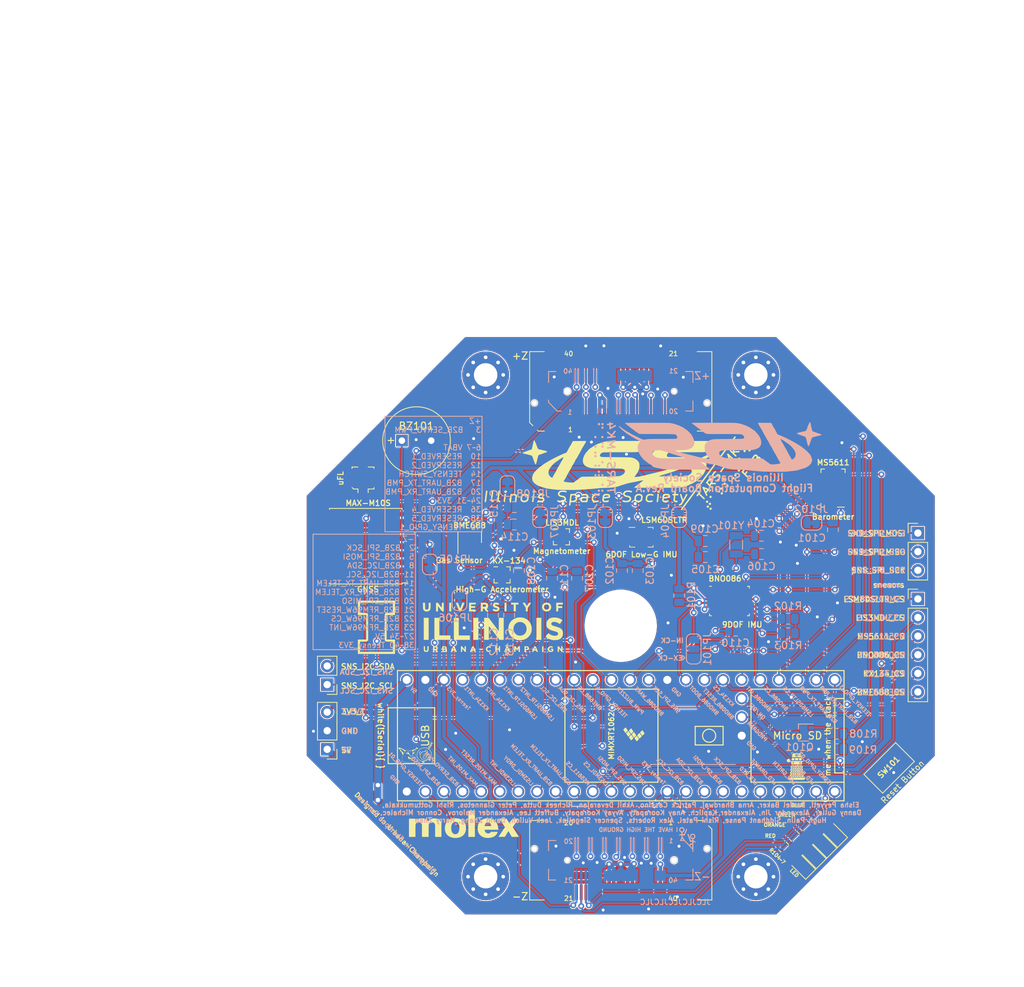
<source format=kicad_pcb>
(kicad_pcb (version 20211014) (generator pcbnew)
  (title_block (title "TARS MK4 Flight Computation Board") (date "2022-12-03") (rev "A") (company "Illinois Space Society") (comment 3 "Buffett Lee") (comment 4 "Contributors: Peter Giannetos, Eisha Peyyeti, Danny Guller, Rishi Patel, Siddhant Panse, "))
  (layers (0 "F.Cu" signal) (31 "B.Cu" signal) (34 "B.Paste" user) (35 "F.Paste" user) (36 "B.SilkS" user "B.Silkscreen") (37 "F.SilkS" user "F.Silkscreen") (38 "B.Mask" user) (39 "F.Mask" user) (44 "Edge.Cuts" user))
  (net 0 "")
  (net 1 "Net-(C101-Pad2)")
  (net 2 "Net-(C102-Pad2)")
  (net 3 "Net-(C104-Pad1)")
  (net 4 "Net-(C105-Pad1)")
  (net 5 "Net-(C106-Pad1)")
  (net 6 "Net-(C107-Pad2)")
  (net 7 "Net-(C108-Pad2)")
  (net 8 "Net-(C110-Pad1)")
  (net 9 "Net-(C112-Pad1)")
  (net 10 "Net-(D101-Pad2)")
  (net 11 "Net-(D102-Pad2)")
  (net 12 "Net-(D103-Pad2)")
  (net 13 "Net-(D104-Pad2)")
  (net 14 "Net-(C114-Pad1)")
  (net 15 "/RESERVED_2")
  (net 16 "/RESERVED_1")
  (net 17 "/RESERVED_4")
  (net 18 "/VBAT")
  (net 19 "/RESERVED_3")
  (net 20 "/3V3")
  (net 21 "/TEENSY_GPIO_1")
  (net 22 "/B2B_RFM96W_RESET")
  (net 23 "/B2B_RFM96W_CS")
  (net 24 "Net-(JP101-Pad2)")
  (net 25 "Net-(JP105-Pad2)")
  (net 26 "Net-(R102-Pad1)")
  (net 27 "Net-(R103-Pad1)")
  (net 36 "/B2B_UART_RX_TELEM")
  (net 37 "/B2B_UART_TX_TELEM")
  (net 38 "GND")
  (net 39 "/BNO086_BOOT")
  (net 40 "/SNS_SPI_SCK")
  (net 41 "/SNS_SPI_MISO")
  (net 42 "/BNO086_RESET")
  (net 43 "/BNO086_INT")
  (net 44 "/BNO086_CS")
  (net 45 "/SNS_SPI_MOSI")
  (net 46 "/5V")
  (net 47 "/B2B_I2C_SCL")
  (net 48 "/B2B_I2C_SDA")
  (net 49 "/PWM_BUZZER")
  (net 50 "/MS5611_CS")
  (net 51 "/B2B_SPI_MISO")
  (net 52 "/LSM6DSLTR_CS")
  (net 53 "/MAX-M10S_INT")
  (net 54 "/LED_BLUE")
  (net 55 "/LED_GREEN")
  (net 56 "/LED_ORANGE")
  (net 57 "/SNS_I2C_SCL")
  (net 58 "/LED_RED")
  (net 59 "/B2B_SPI_SCK")
  (net 60 "/B2B_SPI_MOSI")
  (net 61 "/SNS_I2C_SDA")
  (net 62 "/LSM6DSLTR_INT1")
  (net 63 "/LSM6DSLTR_INT2")
  (net 64 "/LIS3MDL_DRDY")
  (net 65 "/LIS3MDL_INT")
  (net 66 "/LIS3MDL_CS")
  (net 67 "/MAX-M10S_RESET")
  (net 68 "/KX134_CS")
  (net 69 "/KX134_INT1")
  (net 70 "/KX134_INT2")
  (net 71 "/B2B_SERVO_PWM")
  (net 72 "/Teensy_3V3")
  (net 73 "/BNO086_WAKE")
  (net 74 "/B2B_UART_TX_PMB")
  (net 75 "/B2B_UART_RX_PMB")
  (net 76 "/PROGRAM")
  (net 77 "Net-(J101-Pad1)")
  (net 78 "/TEENSY_ON{slash}OFF")
  (net 79 "Net-(Q101-Pad1)")
  (net 80 "/TEENSY_SWITCH")
  (net 81 "/BME688_CS")
  (net 82 "/B2B_RFM96W_INT")
  (footprint "Resistor_SMD:R_0805_2012Metric" (layer "F.Cu") (at 123.683839 128.733839 -45)
    (fp_text reference "R105" hide)
    (fp_text value "470")
  )
  (footprint "Package_LGA:LGA-12_2x2mm_P0.5mm" (layer "F.Cu") (at 83.805 93.045)
    (fp_text reference "U106" hide)
    (fp_text value "KX134-1211")
  )
  (footprint "Connector_PinHeader_2.54mm:PinHeader_1x06_P2.54mm_Vertical" (layer "F.Cu") (at 140.56 96.33)
    (fp_text reference "J108" hide)
    (fp_text value "Conn_01x06")
  )
  (footprint "Button_Switch_SMD:SW_SPST_FSMSM" (layer "F.Cu") (at 136.635 119.395 45)
    (fp_text reference "SW101")
    (fp_text value "FSMSM Switch")
  )
  (footprint "memes:pig" (layer "F.Cu") (at 73.35 117.36 15)
    (fp_text reference "G***" hide)
    (fp_text value "LOGO" hide)
  )
  (footprint "Package_LGA:LGA-8_3x5mm_P1.25mm" (layer "F.Cu") (at 128.975 81.2 180)
    (fp_text reference "U101" hide)
    (fp_text value "MS5611-01BA03")
  )
  (footprint "Logos_ISS:MOLEX" (layer "F.Cu") (at 78.59 127.11)
    (fp_text reference "G***" hide)
    (fp_text value "LOGO" hide)
  )
  (footprint "Connector_Coaxial:U.FL_Molex_MCRF_73412-0110_Vertical" (layer "F.Cu") (at 64.825 79.825)
    (fp_text reference "J101" hide)
    (fp_text value "U.FL")
  )
  (footprint "Resistor_SMD:R_0805_2012Metric" (layer "F.Cu") (at 122.233839 130.208839 -45)
    (fp_text reference "R104" hide)
    (fp_text value "470")
  )
  (footprint "Resistor_SMD:R_0805_2012Metric" (layer "F.Cu") (at 125.133839 127.308839 -45)
    (fp_text reference "R106" hide)
    (fp_text value "470")
  )
  (footprint "Connector_Molex_BTB:Molex_SlimStack_Receptacle_2091680401_2x20_P0.635mm" (layer "F.Cu") (at 100 68 180)
    (fp_text reference "J102" hide)
    (fp_text value "Molex_SlimStack_2091680401_2x20_P0.635mm")
    (fp_circle (center -11.78 -1.58) (end -11.38 -1.58) (layer "Edge.Cuts") (width 0.12) (fill none))
    (fp_circle (center 11.78 -1.58) (end 12.18 -1.58) (layer "Edge.Cuts") (width 0.12) (fill none))
  )
  (footprint "memes:floppa" (layer "F.Cu") (at 70.927809 117.59 -5)
    (fp_text reference "G***" hide)
    (fp_text value "LOGO" hide)
  )
  (footprint "RF_GPS:ublox_MAX" (layer "F.Cu") (at 65.195 89.135 180)
    (fp_text reference "U103" hide)
    (fp_text value "MAX-M10S")
  )
  (footprint "Logos_ISS:ISS_LOGO_extreme small" (layer "F.Cu") (at 100 78.146764)
    (fp_text reference "G***" hide)
    (fp_text value "LOGO" hide)
  )
  (footprint "LED_SMD:LED_0805_2012Metric" (layer "F.Cu") (at 127.633839 129.833839 135)
    (fp_text reference "D103" hide)
    (fp_text value "GREEN LED")
  )
  (footprint "LED_SMD:LED_0805_2012Metric" (layer "F.Cu") (at 129.083839 128.383839 135)
    (fp_text reference "D104" hide)
    (fp_text value "BLUE LED")
  )
  (footprint "Resistor_SMD:R_0805_2012Metric" (layer "F.Cu") (at 126.583839 125.858839 -45)
    (fp_text reference "R107" hide)
    (fp_text value "470")
  )
  (footprint "Connector_Molex_BTB:Molex_SlimStack_Receptacle_2091680401_2x20_P0.635mm" (layer "F.Cu") (at 100 132)
    (fp_text reference "J103" hide)
    (fp_text value "Molex_SlimStack_2091680401_2x20_P0.635mm")
    (fp_circle (center 11.78 -1.58) (end 12.18 -1.58) (layer "Edge.Cuts") (width 0.12) (fill none))
    (fp_circle (center -11.78 -1.58) (end -11.38 -1.58) (layer "Edge.Cuts") (width 0.12) (fill none))
  )
  (footprint "Package_LGA:LGA-28_5.2x3.8mm_P0.5mm" (layer "F.Cu") (at 114.835 96.615)
    (fp_text reference "U104" hide)
    (fp_text value "BNO086")
  )
  (footprint "memes:UIUC" (layer "F.Cu") (at 78.11 100.2)
    (fp_text reference "G***" hide)
    (fp_text value "LOGO" hide)
  )
  (footprint "MCU_Teensy:Teensy41" (layer "F.Cu") (at 100 115)
    (fp_text reference "U107" hide)
    (fp_text value "Teensy4.1")
  )
  (footprint "memes:dalec" (layer "F.Cu") (at 123.895 119.135)
    (fp_text reference "G***" hide)
    (fp_text value "LOGO" hide)
  )
  (footprint "LED_SMD:LED_0805_2012Metric" (layer "F.Cu") (at 124.733839 132.733839 135)
    (fp_text reference "D101" hide)
    (fp_text value "RED LED")
  )
  (footprint "LED_SMD:LED_0805_2012Metric" (layer "F.Cu") (at 126.183839 131.283839 135)
    (fp_text reference "D102" hide)
    (fp_text value "ORANGE LED")
  )
  (footprint "Connector_PinHeader_2.54mm:PinHeader_1x03_P2.54mm_Vertical" (layer "F.Cu") (at 59.928 116.859 180)
    (fp_text reference "J109" hide)
    (fp_text value "Conn_01x03")
  )
  (footprint "Connector_PinHeader_2.54mm:PinHeader_1x03_P2.54mm_Vertical" (layer "F.Cu") (at 140.56 87.34)
    (fp_text reference "J106" hide)
    (fp_text value "Conn_01x03")
  )
  (footprint "Package_LGA:LGA-12_2x2mm_P0.5mm" (layer "F.Cu") (at 91.9 87.85)
    (fp_text reference "U105" hide)
    (fp_text value "LIS3MDL")
  )
  (footprint "Package_LGA:Bosch_LGA-8_3x3mm_P0.8mm_ClockwisePinNumbering" (layer "F.Cu") (at 79.38 88.64 180)
    (fp_text reference "U108" hide)
    (fp_text value "BME688")
  )
  (footprint "Package_LGA:Bosch_LGA-14_3x2.5mm_P0.5mm" (layer "F.Cu") (at 102.82 87.91)
    (fp_text reference "U102" hide)
    (fp_text value "LSM6DSLTR")
  )
  (footprint "memes:MK4 braille" (layer "F.Cu") (at 114.72 79.91 53.4)
    (fp_text reference "G***" hide)
    (fp_text value "LOGO" hide)
  )
  (footprint "Connector_PinHeader_2.54mm:PinHeader_1x02_P2.54mm_Vertical" (layer "F.Cu") (at 59.928 108.026 180)
    (fp_text reference "J107" hide)
    (fp_text value "Conn_01x02")
  )
  (footprint "Buzzer_Beeper:MagneticBuzzer_PUI_AT-0927-TT-6-R" (layer "F.Cu") (at 70.125 74.725)
    (fp_text reference "BZ101")
    (fp_text value "Buzzer")
  )
  (footprint "Capacitor_SMD:C_0805_2012Metric" (layer "B.Cu") (at 119.205 87.705)
    (fp_text reference "C104")
    (fp_text value "22pF")
  )
  (footprint "Jumper:SolderJumper-2_P1.3mm_Bridged_RoundedPad1.0x1.5mm" (layer "B.Cu") (at 84.53 80.93 -90)
    (fp_text reference "JP108")
    (fp_text value "Jumper_NC_Small")
  )
  (footprint "Capacitor_SMD:C_0805_2012Metric" (layer "B.Cu") (at 85.48 86.17)
    (fp_text reference "C114")
    (fp_text value "0.1uF")
  )
  (footprint "Jumper:SolderJumper-2_P1.3mm_Bridged_RoundedPad1.0x1.5mm" (layer "B.Cu") (at 73.93 91.63 90)
    (fp_text reference "JP105")
    (fp_text value "Jumper_NC_Small")
  )
  (footprint "Resistor_SMD:R_0805_2012Metric" (layer "B.Cu") (at 129.47 116.84 180)
    (fp_text reference "R108")
    (fp_text value "100K")
  )
  (footprint "Jumper:SolderJumper-2_P1.3mm_Bridged_RoundedPad1.0x1.5mm" (layer "B.Cu") (at 126.04 85.94)
    (fp_text reference "JP102")
    (fp_text value "Jumper_NC_Small")
  )
  (footprint "Capacitor_SMD:C_0805_2012Metric" (layer "B.Cu") (at 85.48 83.8 180)
    (fp_text reference "C115")
    (fp_text value "0.1uF")
  )
  (footprint "Capacitor_SMD:C_0805_2012Metric" (layer "B.Cu") (at 94.035 93.505 90)
    (fp_text reference "C107")
    (fp_text value "1uF")
  )
  (footprint "Capacitor_SMD:C_0805_2012Metric" (layer "B.Cu") (at 119.205 90.205)
    (fp_text reference "C106")
    (fp_text value "22pF")
  )
  (footprint "Jumper:SolderJumper-3_P1.3mm_Open_RoundedPad1.0x1.5mm" (layer "B.Cu") (at 109.955 103.165 90)
    (fp_text reference "JP101")
    (fp_text value "SolderJumper_3_Open")
  )
  (footprint "Resistor_SMD:R_0805_2012Metric" (layer "B.Cu") (at 122.855 101.025)
    (fp_text reference "R103")
    (fp_text value "2.2k")
  )
  (footprint "Capacitor_SMD:C_0805_2012Metric" (layer "B.Cu") (at 84.77 98.545 90)
    (fp_text reference "C113")
    (fp_text value "0.1uF")
  )
  (footprint "Capacitor_SMD:C_0805_2012Metric" (layer "B.Cu") (at 111.545 88.425)
    (fp_text reference "C109")
    (fp_text value "0.1uF")
  )
  (footprint "Package_TO_SOT_SMD:SOT-323_SC-70" (layer "B.Cu") (at 124.98 114.57 180)
    (fp_text reference "Q101")
    (fp_text value "SSM3K16FU")
  )
  (footprint "Capacitor_SMD:C_0805_2012Metric" (layer "B.Cu") (at 90.615 93.505 90)
    (fp_text reference "C111")
    (fp_text value "100nF")
  )
  (footprint "Jumper:SolderJumper-2_P1.3mm_Bridged_RoundedPad1.0x1.5mm" (layer "B.Cu") (at 88.99 85.17 -90)
    (fp_text reference "JP107")
    (fp_text value "Jumper_2_Bridged")
  )
  (footprint "Capacitor_SMD:C_0805_2012Metric" (layer "B.Cu") (at 128.965 86.89 90)
    (fp_text reference "C101")
    (fp_text value "0.1uF")
  )
  (footprint "MountingHole:MountingHole_3.2mm_M3_Pad_Via" (layer "B.Cu") (at 118.442536 134.247282 180)
    (fp_text reference "REF**" hide)
    (fp_text value "MountingHole_3.2mm_M3_Pad_Via")
  )
  (footprint "MountingHole:MountingHole_3.2mm_M3_Pad_Via" (layer "B.Cu") (at 81.557464 134.247282 180)
    (fp_text reference "REF**" hide)
    (fp_text value "MountingHole_3.2mm_M3_Pad_Via")
  )
  (footprint "Connector_Molex_BTB:Molex_SlimStack_Plug_536270474_2x20_P0.365mm" (layer "B.Cu") (at 100 67.99)
    (fp_text reference "J104" hide)
    (fp_text value "Molex_SlimStack_Plug_2x20_P0.365mm")
    (fp_circle (center 7.285 0) (end 7.635 0) (layer "Edge.Cuts") (width 0.1) (fill none))
    (fp_circle (center -7.285 0) (end -6.835 0) (layer "Edge.Cuts") (width 0.1) (fill none))
  )
  (footprint "Resistor_SMD:R_0805_2012Metric" (layer "B.Cu") (at 107.975 95.865 90)
    (fp_text reference "R101")
    (fp_text value "10k")
  )
  (footprint "Logos_ISS:ISS_LOGO_extreme small" (layer "B.Cu") (at 114.005 75.665 180)
    (fp_text reference "G***" hide)
    (fp_text value "LOGO" hide)
  )
  (footprint "MountingHole:MountingHole_3.2mm_M3_Pad_Via" (layer "B.Cu") (at 81.557464 65.752718 180)
    (fp_text reference "REF**" hide)
    (fp_text value "MountingHole_3.2mm_M3_Pad_Via")
  )
  (footprint "Resistor_SMD:R_0805_2012Metric" (layer "B.Cu") (at 129.47 114.74)
    (fp_text reference "R109")
    (fp_text value "100")
  )
  (footprint "Resistor_SMD:R_0805_2012Metric" (layer "B.Cu") (at 122.855 99.035)
    (fp_text reference "R102")
    (fp_text value "2.2k")
  )
  (footprint "MountingHole:MountingHole_3.2mm_M3_Pad_Via" (layer "B.Cu") (at 118.442536 65.752718 180)
    (fp_text reference "REF**" hide)
    (fp_text value "MountingHole_3.2mm_M3_Pad_Via")
  )
  (footprint "Capacitor_SMD:C_0805_2012Metric" (layer "B.Cu") (at 111.545 90.615)
    (fp_text reference "C105")
    (fp_text value "0.1uF")
  )
  (footprint "memes:MK4 braille" (layer "B.Cu") (at 97.010868 77.272912 90)
    (fp_text reference "G***" hide)
    (fp_text value "LOGO" hide)
  )
  (footprint "Connector_Molex_BTB:Molex_SlimStack_Plug_536270474_2x20_P0.365mm" (layer "B.Cu") (at 100 132 180)
    (fp_text reference "J105" hide)
    (fp_text value "Molex_SlimStack_Plug_2x20_P0.365mm")
    (fp_circle (center -7.285 0) (end -6.835 0) (layer "Edge.Cuts") (width 0.1) (fill none))
    (fp_circle (center 7.285 0) (end 7.635 0) (layer "Edge.Cuts") (width 0.1) (fill none))
  )
  (footprint "Jumper:SolderJumper-2_P1.3mm_Bridged_RoundedPad1.0x1.5mm" (layer "B.Cu") (at 107.96 85.17 90)
    (fp_text reference "JP104")
    (fp_text value "Jumper_2_Bridged")
  )
  (footprint "Capacitor_SMD:C_0805_2012Metric" (layer "B.Cu") (at 102.315 92.465 90)
    (fp_text reference "C103")
    (fp_text value "0.1uF")
  )
  (footprint "Crystal:Crystal_SMD_3215-2Pin_3.2x1.5mm" (layer "B.Cu") (at 115.755 88.955 90)
    (fp_text reference "Y101")
    (fp_text value "32.768kHz")
  )
  (footprint "Capacitor_SMD:C_0805_2012Metric" (layer "B.Cu") (at 100.165 92.465 90)
    (fp_text reference "C102")
    (fp_text value "0.1uF")
  )
  (footprint "Jumper:SolderJumper-2_P1.3mm_Bridged_RoundedPad1.0x1.5mm" (layer "B.Cu") (at 77.99 96.51 90)
    (fp_text reference "JP106")
    (fp_text value "Jumper_NC_Small")
  )
  (footprint "Capacitor_SMD:C_0805_2012Metric" (layer "B.Cu") (at 82.56 98.545 -90)
    (fp_text reference "C112")
    (fp_text value "0.1uF")
  )
  (footprint "Capacitor_SMD:C_0805_2012Metric" (layer "B.Cu") (at 86.105 92.485 90)
    (fp_text reference "C108")
    (fp_text value "100nF")
  )
  (footprint "Jumper:SolderJumper-2_P1.3mm_Bridged_RoundedPad1.0x1.5mm" (layer "B.Cu") (at 97.87 85.17 -90)
    (fp_text reference "JP103")
    (fp_text value "Jumper_2_Bridged")
  )
  (footprint "Capacitor_SMD:C_0805_2012Metric" (layer "B.Cu") (at 115.675 100.655)
    (fp_text reference "C110")
    (fp_text value "0.1uF")
  )
  (gr_line (start 109.82 129.74) (end 109.51 129.83) (layer "B.SilkS") (width 0.15))
  (gr_line (start 108.37 128.88) (end 108.36 128.22) (layer "B.SilkS") (width 0.15))
  (gr_line (start 109.82 129.33) (end 109.52 129.42) (layer "B.SilkS") (width 0.15))
  (gr_line (start 108.38 128.91) (end 108.62 129.21) (layer "B.SilkS") (width 0.15))
  (gr_line (start 108.37 128.9) (end 108.19 129.25) (layer "B.SilkS") (width 0.15))
  (gr_circle (center 109.819312 128.74) (end 110.009312 128.96) (layer "B.SilkS") (width 0.15) (fill none))
  (gr_line (start 109.86 130.34) (end 109.82 129.74) (layer "B.SilkS") (width 0.15))
  (gr_line (start 108.65 128.59) (end 108.99 127.8) (layer "B.SilkS") (width 0.15))
  (gr_line (start 81.067 71.403) (end 67.817 71.403) (layer "B.SilkS") (width 0.12))
  (gr_circle (center 108.34 127.850688) (end 108.53 128.070688) (layer "B.SilkS") (width 0.15) (fill none))
  (gr_line (start 81.067 71.403) (end 81.067 87.163) (layer "B.SilkS") (width 0.12))
  (gr_line (start 108.4 128.46) (end 108.64 128.56) (layer "B.SilkS") (width 0.15))
  (gr_line (start 58.007 103.255) (end 71.957 103.255) (layer "B.SilkS") (width 0.12))
  (gr_line (start 108.34 128.47) (end 108.04 128.56) (layer "B.SilkS") (width 0.15))
  (gr_line (start 67.817 71.403) (end 67.817 87.163) (layer "B.SilkS") (width 0.12))
  (gr_line (start 109.52 129.42) (end 109.18 128.46) (layer "B.SilkS") (width 0.15))
  (gr_line (start 58.007 87.495) (end 58.007 103.255) (layer "B.SilkS") (width 0.12))
  (gr_line (start 109.51 129.83) (end 109.43 129.96) (layer "B.SilkS") (width 0.15))
  (gr_line (start 109.83 129.72) (end 109.83 129.09) (layer "B.SilkS") (width 0.15))
  (gr_line (start 67.817 87.163) (end 81.067 87.163) (layer "B.SilkS") (width 0.12))
  (gr_line (start 71.957 87.495) (end 58.007 87.495) (layer "B.SilkS") (width 0.12))
  (gr_line (start 109.89 129.36) (end 110.14 129.52) (layer "B.SilkS") (width 0.15))
  (gr_line (start 71.957 87.495) (end 71.957 103.255) (layer "B.SilkS") (width 0.12))
  (gr_line (start 115.59875 74.235) (end 108.32 84.1) (layer "F.SilkS") (width 0.2))
  (gr_line locked (start 78.712663 60.47) (end 57.011885 82.19374) (layer "Edge.Cuts") (width 0.01))
  (gr_circle locked (center 100 100) (end 104.8125 100) (layer "Edge.Cuts") (width 0.01) (fill none))
  (gr_line locked (start 121.287337 139.53) (end 142.988115 117.80626) (layer "Edge.Cuts") (width 0.01))
  (gr_line locked (start 121.287337 139.53) (end 78.712663 139.53) (layer "Edge.Cuts") (width 0.01))
  (gr_line locked (start 142.988115 82.19374) (end 121.287337 60.47) (layer "Edge.Cuts") (width 0.01))
  (gr_line locked (start 142.988115 117.80626) (end 142.988115 82.19374) (layer "Edge.Cuts") (width 0.01))
  (gr_line locked (start 57.011885 82.19374) (end 57.011885 117.80626) (layer "Edge.Cuts") (width 0.01))
  (gr_line locked (start 57.011885 117.80626) (end 78.712663 139.53) (layer "Edge.Cuts") (width 0.01))
  (gr_line locked (start 121.287337 60.47) (end 78.712663 60.47) (layer "Edge.Cuts") (width 0.01))
  (gr_text "SNS_I2C_SDA" (at 65.302143 106.31) (layer "B.SilkS") (effects (font (size 0.75 0.75)) (justify mirror)))
  (gr_text "Eisha Peyyeti, Daniel Baker, Arna Bhardwaj, Patrick Cassino, Akhil Devarajan, Richeek Dutta, Peter Giannetos, Rishi Gottumukkala,\nDanny Guller, Alexander Jin, Alexander Kaplich, Anay Koorapaty, Avyay Koorapaty, Buffett Lee, Alexander Maiorov, Connor Michalec,\nHugh Palin, Siddhant Panse, Rishi Patel, Alex Roberts, Spencer Siegellak, Jack Vulich, David Zhang, Harry Zhao" (at 100 125.5) (layer "B.SilkS") (effects (font (size 0.65 0.65)) (justify mirror)))
  (gr_text "B2B_I2C_SDA" (at 109.395 119.835 -45) (layer "B.SilkS") (effects (font (size 0.5 0.5) (thickness 0.12)) (justify mirror)))
  (gr_text "MAX_M10S_INT" (at 78.435 119.835 -45) (layer "B.SilkS") (effects (font (size 0.5 0.5) (thickness 0.12)) (justify mirror)))
  (gr_text "ON/OFF" (at 118.55 111.64 -45) (layer "B.SilkS") (effects (font (size 0.5 0.5) (thickness 0.12)) (justify mirror)))
  (gr_text "KX134_CS" (at 136.039286 106.53) (layer "B.SilkS") (effects (font (size 0.75 0.75)) (justify mirror)))
  (gr_text "LIS3MDL_DRDY" (at 86.045 119.815 -45) (layer "B.SilkS") (effects (font (size 0.5 0.5) (thickness 0.12)) (justify mirror)))
  (gr_text "I HAVE THE HIGH GROUND" (at 102.41 127.84) (layer "B.SilkS") (effects (font (size 0.55 0.55) (thickness 0.12)) (justify mirror)))
  (gr_text "EX-CK" (at 106.758333 104.41) (layer "B.SilkS") (effects (font (size 0.65 0.65)) (justify mirror)))
  (gr_text "snesors" (at 136.58 94.41) (layer "B.SilkS") (effects (font (size 0.65 0.65)) (justify mirror)))
  (gr_text "-Z\n2  B2B_SPI_SCK\n5  B2B_SPI_MOSI\n8  B2B_I2C_SDA\n11 B2B_I2C_SCL\n14 B2B_UART_TX_TELEM\n17 B2B_UART_RX_TELEM\n20 B2B_SPI_MISO\n21 B2B_RFM96W_RESET\n22 B2B_RFM96W_CS\n23 B2B_RFM96W_INT\n27~34 5V\n38~40 Teensy_3V3" (at 71.887 95.405) (layer "B.SilkS") (effects (font (size 0.75 0.75) (thickness 0.11)) (justify left mirror)))
  (gr_text "SNS_SPI_MISO" (at 101.485 119.755 -45) (layer "B.SilkS") (effects (font (size 0.5 0.5) (thickness 0.12)) (justify mirror)))
  (gr_text "B2B_UART_TX_TELEM" (at 90.455 118.985 -45) (layer "B.SilkS") (effects (font (size 0.5 0.5) (thickness 0.12)) (justify mirror)))
  (gr_text "LIS3MDL_CS" (at 135.539286 98.91) (layer "B.SilkS") (effects (font (size 0.75 0.75)) (justify mirror)))
  (gr_text "BME688_CS" (at 135.63 109.07) (layer "B.SilkS") (effects (font (size 0.75 0.75)) (justify mirror)))
  (gr_text "LSM6DSLTR_CS" (at 134.7 96.37) (layer "B.SilkS") (effects (font (size 0.75 0.75)) (justify mirror)))
  (gr_text "Teensy_3V3" (at 77.875 109.915 -45) (layer "B.SilkS") (effects (font (size 0.5 0.5) (thickness 0.1)) (justify mirror)))
  (gr_text "MAX_M10S_RESET" (at 80.625 119.365 -45) (layer "B.SilkS") (effects (font (size 0.5 0.5) (thickness 0.12)) (justify mirror)))
  (gr_text "KX134_INT1" (at 80.325 109.935 -45) (layer "B.SilkS") (effects (font (size 0.5 0.5) (thickness 0.12)) (justify mirror)))
  (gr_text "GND" (at 69.155 121.015 -45) (layer "B.SilkS") (effects (font (size 0.5 0.5) (thickness 0.12)) (justify mirror)))
  (gr_text "LSM6DSLTR_INT2" (at 88.595 110.705 -45) (layer "B.SilkS") (effects (font (size 0.5 0.5) (thickness 0.12)) (justify mirror)))
  (gr_text "40" (at 92.79 65.25) (layer "B.SilkS") (effects (font (size 0.65 0.65) (thickness 0.12)) (justify mirror)))
  (gr_text "B2B_UART_RX_PMB" (at 129.735 110.785 -45) (layer "B.SilkS") (effects (font (size 0.5 0.5) (thickness 0.12)) (justify mirror)))
  (gr_text "MS5611_CS" (at 135.628572 101.45) (layer "B.SilkS") (effects (font (size 0.75 0.75)) (justify mirror)))
  (gr_text "MS5611_CS" (at 94.145 120.145 -45) (layer "B.SilkS") (effects (font (size 0.5 0.5) (thickness 0.12)) (justify mirror)))
  (gr_text "B2B_SPI_MISO" (at 73.365 119.875 -45) (layer "B.SilkS") (effects (font (size 0.5 0.5) (thickness 0.12)) (justify mirror)))
  (gr_text "Teensy_3V3" (at 104.485 120.085 -45) (layer "B.SilkS") (effects (font (size 0.5 0.5) (thickness 0.12)) (justify mirror)))
  (gr_text "PWM_BUZZER" (at 101.265 110.235 -45) (layer "B.SilkS") (effects (font (size 0.5 0.5) (thickness 0.12)) (justify mirror)))
  (gr_text "-Z" (at 111.13 134.23) (layer "B.SilkS") (effects (font (size 1 1)) (justify mirror)))
  (gr_text "B2B_SPI_SCK" (at 114.545 119.755 -45) (layer "B.SilkS") (effects (font (size 0.5 0.5) (thickness 0.12)) (justify mirror)))
  (gr_text "1" (at 93.06 70.84) (layer "B.SilkS") (effects (font (size 0.65 0.65) (thickness 0.12)) (justify mirror)))
  (gr_text "1" (at 106.85 129.34) (layer "B.SilkS") (effects (font (size 0.65 0.65) (thickness 0.12)) (justify mirror)))
  (gr_text "21" (at 107.18 65.22) (layer "B.SilkS") (effects (font (size 0.65 0.65) (thickness 0.12)) (justify mirror)))
  (gr_text "SNS_SPI_MOSI" (at 98.835 119.785 -45) (layer "B.SilkS") (effects (font (size 0.5 0.5) (thickness 0.12)) (justify mirror)))
  (gr_text "LSM6DSLTR_CS" (at 124.195 110.355 -45) (layer "B.SilkS") (effects (font (size 0.5 0.5) (thickness 0.12)) (justify mirror)))
  (gr_text "BNO086_WAKE" (at 103.855 110.295 -45) (layer "B.SilkS") (effects (font (size 0.5 0.5) (thickness 0.12)) (justify mirror)))
  (gr_text "SNS_SPI_MISO" (at 134.91 89.93) (layer "B.SilkS") (effects (font (size 0.75 0.75)) (justify mirror)))
  (gr_text "20" (at 107.2 70.74) (layer "B.SilkS") (effects (font (size 0.65 0.65) (thickness 0.12)) (justify mirror)))
  (gr_text "+Z\n3   B2B_SERVO_PWM\n\n6~7 VBAT\n10  RESERVED_1\n12  RESERVED_2\n14  TEENSY_SWITCH\n17  B2B_UART_TX_PMB\n20  B2B_UART_RX_PMB\n24~31 3V3\n36  RESERVED_4\n38  RESERVED_5\n40  TEENSY_GPIO_1" (at 81.012 79.293) (layer "B.SilkS") (effects (font (size 0.75 0.75) (thickness 0.11)) (justify left mirror)))
  (gr_text "GND" (at 74.365 109.015 -45) (layer "B.SilkS") (effects (font (size 0.5 0.5) (thickness 0.12)) (justify mirror)))
  (gr_text "BNO086_INT" (at 118.825 109.995 -45) (layer "B.SilkS") (effects (font (size 0.5 0.5) (thickness 0.12)) (justify mirror)))
  (gr_text "TEENSY_GPIO_3" (at 131.995 110.245 -45) (layer "B.SilkS") (effects (font (size 0.5 0.5) (thickness 0.12)) (justify mirror)))
  (gr_text "GND" (at 117.835 116.375 -45) (layer "B.SilkS") (effects (font (size 0.5 0.5) (thickness 0.12)) (justify mirror)))
  (gr_text "5V" (at 71.715 108.785 -45) (layer "B.SilkS") (effects (font (size 0.5 0.5) (thickness 0.12)) (justify mirror)))
  (gr_text "LED_GREEN" (at 122.325 120.065 -45) (layer "B.SilkS") (effects (font (size 0.5 0.5) (thickness 0.12)) (justify mirror)))
  (gr_text "B2B_SERVO_PWM" (at 75.535 119.555 -45) (layer "B.SilkS") (effects (font (size 0.5 0.5) (thickness 0.12)) (justify mirror)))
  (gr_text "KX134_CS" (at 114.06 109.57 -45) (layer "B.SilkS") (effects (font (size 0.5 0.5) (thickness 0.12)) (justify mirror)))
  (gr_text "SNS_SPI_SCK" (at 135.16 92.43) (layer "B.SilkS") (effects (font (size 0.75 0.75)) (justify mirror)))
  (gr_text "GND" (at 63.005714 114.365) (layer "B.SilkS") (effects (font (size 0.75 0.75)) (justify mirror)))
  (gr_text "B2B_I2C_SCL" (at 106.735 119.875 -45) (layer "B.SilkS") (effects (font (size 0.5 0.5) (thickness 0.12)) (justify mirror)))
  (gr_text "Illinois Space Society" (at 114.005 79.775) (layer "B.SilkS") (effects (font (size 1 1) (thickness 0.2)) (justify mirror)))
  (gr_text "BNO086_CS" (at 135.610715 103.99) (layer "B.SilkS") (effects (font (size 0.75 0.75)) (justify mirror)))
  (gr_text "LSM6DSLTR_INT1" (at 86.265 110.485 -45) (layer "B.SilkS") (effects (font (size 0.5 0.5) (thickness 0.12)) (justify mirror)))
  (gr_text "BNO086_RESET" (at 113.345 110.675 -45) (layer "B.SilkS") (effects (font (size 0.5 0.5) (thickness 0.12)) (justify mirror)))
  (gr_text "+Z" (at 111.13 65.87) (layer "B.SilkS") (effects (font (size 1 1)) (justify mirror)))
  (gr_text "SNS_I2C_SDA" (at 93.355 110.085 -45) (layer "B.SilkS") (effects (font (size 0.5 0.5) (thickness 0.12)) (justify mirror)))
  (gr_text "BME688_CS" (at 95.77 109.87 -45) (layer "B.SilkS") (effects (font (size 0.5 0.5) (thickness 0.12)) (justify mirror)))
  (gr_text "LED_BLUE" (at 125.065 120.275 -45) (layer "B.SilkS") (effects (font (size 0.5 0.5) (thickness 0.12)) (justify mirror)))
  (gr_text "5V" (at 62.541428 116.99) (layer "B.SilkS") (effects (font (size 0.75 0.75)) (justify mirror)))
  (gr_text "LIS3MDL_INT" (at 83.865 120.085 -45) (layer "B.SilkS") (effects (font (size 0.5 0.5) (thickness 0.12)) (justify mirror)))
  (gr_text "BNO086_BOOT" (at 111.365 110.195 -45) (layer "B.SilkS") (effects (font (size 0.5 0.5) (thickness 0.12)) (justify mirror)))
  (gr_text "40" (at 107.15 134.74) (layer "B.SilkS") (effects (font (size 0.65 0.65) (thickness 0.12)) (justify mirror)))
  (gr_text "SNS_SPI_SCK" (at 106.235 110.075 -45) (layer "B.SilkS") (effects (font (size 0.5 0.5) (thickness 0.12)) (justify mirror)))
  (gr_text "KX134_INT2" (at 83.215 110.015 -45) (layer "B.SilkS") (effects (font (size 0.5 0.5) (thickness 0.12)) (justify mirror)))
  (gr_text "B2B_UART_TX_PMB" (at 127.005 110.805 -45) (layer "B.SilkS") (effects (font (size 0.5 0.5) (thickness 0.12)) (justify mirror)))
  (gr_text "TARS-MK4" (at 98.66 77.09 270) (layer "B.SilkS") (effects (font (size 1 1.25) (thickness 0.2) italic) (justify mirror)))
  (gr_text "Designed in Shampoo Banana" (at 69.44 128.48 -45) (layer "B.SilkS") (effects (font (size 0.65 0.65) (thickness 0.13)) (justify mirror)))
  (gr_text "IN-CK" (at 107.02 102.02) (layer "B.SilkS") (effects (font (size 0.65 0.65)) (justify mirror)))
  (gr_text "GND" (at 107.575 109.045 -45) (layer "B.SilkS") (effects (font (size 0.5 0.5) (thickness 0.12)) (justify mirror)))
  (gr_text "LED_RED" (at 117.445 120.455 -45) (layer "B.SilkS") (effects (font (size 0.5 0.5) (thickness 0.12)) (justify mirror)))
  (gr_text "TEENSY_GPIO_02" (at 126.575 119.525 -45) (layer "B.SilkS") (effects (font (size 0.5 0.5) (thickness 0.12)) (justify mirror)))
  (gr_text "21" (at 92.83 134.74) (layer "B.SilkS") (effects (font (size 0.65 0.65) (thickness 0.12)) (justify mirror)))
  (gr_text "SNS_SPI_MOSI" (at 134.91 87.39) (layer "B.SilkS") (effects (font (size 0.75 0.75)) (justify mirror)))
  (gr_text "B2B_UART_RX_TELEM" (at 87.805 118.985 -45) (layer "B.SilkS") (effects (font (size 0.5 0.5) (thickness 0.12)) (justify mirror)))
  (gr_text "LIS3MDL_CS" (at 96.585 120.185 -45) (layer "B.SilkS") (effects (font (size 0.5 0.5) (thickness 0.12)) (justify mirror)))
  (gr_text "3V3_T" (at 63.47 111.71) (layer "B.SilkS") (effects (font (size 0.75 0.75)) (justify mirror)))
  (gr_text "B2B_SPI_MOSI" (at 111.845 119.665 -45) (layer "B.SilkS") (effects (font (size 0.5 0.5) (thickness 0.12)) (justify mirror)))
  (gr_text "TEENSY_GPIO_4\n" (at 98.725 110.415 -45) (layer "B.SilkS") (effects (font (size 0.5 0.5) (thickness 0.12)) (justify mirror)))
  (gr_text "SNS_I2C_SCL" (at 90.815 109.995 -45) (layer "B.SilkS") (effects (font (size 0.5 0.5) (thickness 0.12)) (justify mirror)))
  (gr_text "BNO086_CS" (at 121.195 109.955 -45) (layer "B.SilkS") (effects (font (size 0.5 0.5) (thickness 0.12)) (justify mirror)))
  (gr_text "LED_ORANGE" (at 119.495 119.915 -45) (layer "B.SilkS") (effects (font (size 0.5 0.5) (thickness 0.12)) (justify mirror)))
  (gr_text "TEENSY_GPIO_01" (at 70.595 119.545 -45) (layer "B.SilkS") (effects (font (size 0.5 0.5) (thickness 0.12)) (justify mirror)))
  (gr_text "20\n" (at 92.86 129.42) (layer "B.SilkS") (effects (font (size 0.65 0.65) (thickness 0.12)) (justify mirror)))
  (gr_text "JLCJLCJLCJLCJLC" (at 107.44 137.71) (layer "B.SilkS") (effects (font (size 0.75 0.75) (thickness 0.12)) (justify mirror)))
  (gr_text "PROGRAM" (at 118.615 114.425 -45) (layer "B.SilkS") (effects (font (size 0.5 0.5) (thickness 0.12)) (justify mirror)))
  (gr_text "Flight Computation Board Rev.A" (at 114.15 81.22) (layer "B.SilkS") (effects (font (size 1 1) (thickness 0.2)) (justify mirror)))
  (gr_text "SNS_I2C_SCL" (at 65.3 108.86) (layer "B.SilkS") (effects (font (size 0.75 0.75)) (justify mirror)))
  (gr_text "MAX-M10S" (at 65.525 83.25) (layer "F.SilkS") (effects (font (size 0.75 0.75))))
  (gr_text "R104~7" (at 121.355 131.435 -45) (layer "F.SilkS") (effects (font (size 0.5 0.5) (thickness 0.12))))
  (gr_text "High-G Accelerometer" (at 83.81 95.03) (layer "F.SilkS") (effects (font (size 0.75 0.75))))
  (gr_text "Gas Sensor" (at 77.94 91.06) (layer "F.SilkS") (effects (font (size 0.75 0.75))))
  (gr_text "20" (at 92.89 126.89) (layer "F.SilkS") (effects (font (size 0.65 0.65) (thickness 0.12))))
  (gr_text "Reset Button" (at 138.475 121.3 45) (layer "F.SilkS") (effects (font (size 0.8 0.8) (thickness 0.12))))
  (gr_text "uFL" (at 61.75 79.875 90) (layer "F.SilkS") (effects (font (size 0.75 0.75))))
  (gr_text "BME688" (at 79.36 86.3) (layer "F.SilkS") (effects (font (size 0.75 0.75))))
  (gr_text "Designed in Urbana-Champaign" (at 69.43 128.49 -45) (layer "F.SilkS") (effects (font (size 0.65 0.65) (thickness 0.13))))
  (gr_text "6DOF Low-G IMU" (at 102.83 90.26) (layer "F.SilkS") (effects (font (size 0.75 0.75))))
  (gr_text "LIS3MDL" (at 91.99 85.92) (layer "F.SilkS") (effects (font (size 0.75 0.75))))
  (gr_text "MS5611_CS" (at 135.498572 101.46) (layer "F.SilkS") (effects (font (size 0.75 0.75))))
  (gr_text "SNS_SPI_SCK" (at 135.16 92.43) (layer "F.SilkS") (effects (font (size 0.75 0.75))))
  (gr_text "KX134_CS" (at 135.909286 106.54) (layer "F.SilkS") (effects (font (size 0.75 0.75))))
  (gr_text "MS5611" (at 129 77.71) (layer "F.SilkS") (effects (font (size 0.75 0.75))))
  (gr_text "ORANGE" (at 121.005 127.175) (layer "F.SilkS") (effects (font (size 0.5 0.5) (thickness 0.12))))
  (gr_text "40" (at 92.88 62.87) (layer "F.SilkS") (effects (font (size 0.65 0.65) (thickness 0.12))))
  (gr_text "BME688_CS" (at 135.48 109.07) (layer "F.SilkS") (effects (font (size 0.75 0.75))))
  (gr_text "BLUE" (at 124.225 124.495) (layer "F.SilkS") (effects (font (size 0.5 0.5) (thickness 0.12))))
  (gr_text "Illinois Space Society" (at 95.13 82.39) (layer "F.SilkS") (effects (font (size 1.4 1.7) (thickness 0.2) italic)))
  (gr_text "20" (at 107.16 73.24) (layer "F.SilkS") (effects (font (size 0.65 0.65) (thickness 0.12))))
  (gr_text "KX-134" (at 84.75 91.11) (layer "F.SilkS") (effects (font (size 0.75 0.75))))
  (gr_text "40" (at 107.11 137.23) (layer "F.SilkS") (effects (font (size 0.65 0.65) (thickness 0.12))))
  (gr_text "GNSS" (at 65.5 95.025) (layer "F.SilkS") (effects (font (size 0.75 0.75))))
  (gr_text "SNS_I2C_SDA" (at 65.475 105.575) (layer "F.SilkS") (effects (font (size 0.75 0.75))))
  (gr_text "RED" (at 120.415 128.675) (layer "F.SilkS") (effects (font (size 0.5 0.5) (thickness 0.12))))
  (gr_text "GREEN" (at 122.615 125.815) (layer "F.SilkS") (effects (font (size 0.5 0.5) (thickness 0.12))))
  (gr_text "21" (at 92.89 137.21) (layer "F.SilkS") (effects (font (size 0.65 0.65) (thickness 0.12))))
  (gr_text "LSM6DSLTR_CS" (at 134.57 96.38) (layer "F.SilkS") (effects (font (size 0.75 0.75))))
  (gr_text "GND" (at 62.995714 114.365) (layer "F.SilkS") (effects (font (size 0.75 0.75))))
  (gr_text "5V" (at 62.531428 116.99) (layer "F.SilkS") (effects (font (size 0.75 0.75))))
  (gr_text "SNS_SPI_MISO" (at 134.91 89.93) (layer "F.SilkS") (effects (font (size 0.75 0.75))))
  (gr_text "Magnetometer" (at 91.95 89.8) (layer "F.SilkS") (effects (font (size 0.75 0.75))))
  (gr_text "snesors" (at 136.58 94.41) (layer "F.SilkS") (effects (font (size 0.75 0.75))))
  (gr_text "SNS_SPI_MOSI" (at 134.91 87.39) (layer "F.SilkS") (effects (font (size 0.75 0.75))))
  (gr_text "while(!Serial){ }" (at 67.23 115 270) (layer "F.SilkS") (effects (font (size 0.75 0.75))))
  (gr_text "Barometer" (at 128.99 85.12) (layer "F.SilkS") (effects (font (size 0.75 0.75))))
  (gr_text "9DOF IMU" (at 116.58 99.84) (layer "F.SilkS") (effects (font (size 0.75 0.75))))
  (gr_text "21" (at 107.19 62.85) (layer "F.SilkS") (effects (font (size 0.65 0.65) (thickness 0.12))))
  (gr_text "-Z" (at 86.27 136.95) (layer "F.SilkS") (effects (font (size 1 1))))
  (gr_text "LSM6DSLTR" (at 105.95 85.56) (layer "F.SilkS") (effects (font (size 0.75 0.75))))
  (gr_text "LED" (at 123.695 133.735 -45) (layer "F.SilkS") (effects (font (size 0.5 0.5) (thickness 0.12))))
  (gr_text "3V3_T" (at 63.46 111.71) (layer "F.SilkS") (effects (font (size 0.75 0.75))))
  (gr_text "BNO086_CS" (at 135.480715 104) (layer "F.SilkS") (effects (font (size 0.75 0.75))))
  (gr_text "1" (at 93.13 73.23) (layer "F.SilkS") (effects (font (size 0.65 0.65) (thickness 0.12))))
  (gr_text "TARS-MK4" (at 113.68 78.78 53.4) (layer "F.SilkS") (effects (font (size 1 1.25) (thickness 0.2) italic)))
  (gr_text "+Z" (at 86.27 63.15) (layer "F.SilkS") (effects (font (size 1 1))))
  (gr_text "LIS3MDL_CS" (at 135.409286 98.92) (layer "F.SilkS") (effects (font (size 0.75 0.75))))
  (gr_text "FCB" (at 117.86 78.23 53.4) (layer "F.SilkS") (effects (font (size 1 1.25) (thickness 0.2) italic)))
  (gr_text "BNO086" (at 114.23 93.56) (layer "F.SilkS") (effects (font (size 0.75 0.75))))
  (gr_text "1" (at 106.84 126.87) (layer "F.SilkS") (effects (font (size 0.65 0.65) (thickness 0.12))))
  (gr_text "{dblquote}me when the stack{dblquote}" (at 128.25 115.075 90) (layer "F.SilkS") (effects (font (size 0.75 0.75))))
  (gr_text "SNS_I2C_SCL" (at 65.45 108.2) (layer "F.SilkS") (effects (font (size 0.75 0.75))))
  (segment (start 130.05 84.59) (end 130.05 83.075) (width 0.25) (layer "F.Cu") (net 1))
  (via (at 130.05 84.59) (size 0.8) (drill 0.4) (layers "F.Cu" "B.Cu") (net 1))
  (segment (start 130.05 84.59) (end 128.965 85.675) (width 0.25) (layer "B.Cu") (net 1))
  (segment (start 126.69 85.94) (end 128.965 85.94) (width 0.25) (layer "B.Cu") (net 1))
  (segment (start 105.26 89.27) (end 105.26 90.55) (width 0.25) (layer "F.Cu") (net 2))
  (segment (start 104.0825 88.66) (end 104.65 88.66) (width 0.25) (layer "F.Cu") (net 2))
  (segment (start 104.65 88.66) (end 105.26 89.27) (width 0.25) (layer "F.Cu") (net 2))
  (segment (start 104.25 91.51) (end 104.3 91.51) (width 0.25) (layer "F.Cu") (net 2))
  (segment (start 102.32 88.9225) (end 102.32 89.58) (width 0.25) (layer "F.Cu") (net 2))
  (segment (start 105.26 90.55) (end 104.3 91.51) (width 0.25) (layer "F.Cu") (net 2))
  (segment (start 102.32 89.58) (end 104.25 91.51) (width 0.25) (layer "F.Cu") (net 2))
  (via (at 104.3 91.51) (size 0.8) (drill 0.4) (layers "F.Cu" "B.Cu") (net 2))
  (segment (start 100.165 91.515) (end 97.875 89.225) (width 0.5) (layer "B.Cu") (net 2))
  (segment (start 104.295 91.515) (end 102.315 91.515) (width 0.25) (layer "B.Cu") (net 2))
  (segment (start 100.165 91.515) (end 102.315 91.515) (width 0.5) (layer "B.Cu") (net 2))
  (segment (start 97.875 89.225) (end 97.875 85.825) (width 0.5) (layer "B.Cu") (net 2))
  (segment (start 104.3 91.51) (end 104.295 91.515) (width 0.25) (layer "B.Cu") (net 2))
  (segment (start 113.585 92.31) (end 113.585 94.9525) (width 0.25) (layer "F.Cu") (net 3))
  (via (at 113.585 92.31) (size 0.8) (drill 0.4) (layers "F.Cu" "B.Cu") (net 3))
  (segment (start 113.585 92.31) (end 113.585 89.875) (width 0.25) (layer "B.Cu") (net 3))
  (segment (start 113.585 89.875) (end 115.755 87.705) (width 0.25) (layer "B.Cu") (net 3))
  (segment (start 118.255 87.705) (end 115.755 87.705) (width 0.25) (layer "B.Cu") (net 3))
  (segment (start 111.41 93.41) (end 112.35 93.41) (width 0.25) (layer "F.Cu") (net 4))
  (segment (start 111.435 96.365) (end 112.4475 96.365) (width 0.25) (layer "F.Cu") (net 4))
  (segment (start 113.085 94.145) (end 113.085 94.9525) (width 0.25) (layer "F.Cu") (net 4))
  (segment (start 117.465 103.385) (end 119.485 103.385) (width 0.25) (layer "F.Cu") (net 4))
  (segment (start 109.955 94.865) (end 111.41 93.41) (width 0.25) (layer "F.Cu") (net 4))
  (segment (start 109.955 98.185) (end 109.965 98.195) (width 0.25) (layer "F.Cu") (net 4))
  (segment (start 109.955 94.865) (end 109.955 98.185) (width 0.25) (layer "F.Cu") (net 4))
  (segment (start 111.83 97.365) (end 111.448 97.747) (width 0.25) (layer "F.Cu") (net 4))
  (segment (start 112.4475 97.365) (end 111.83 97.365) (width 0.25) (layer "F.Cu") (net 4))
  (segment (start 109.955 94.885) (end 111.435 96.365) (width 0.25) (layer "F.Cu") (net 4))
  (segment (start 112.35 93.41) (end 113.085 94.145) (width 0.25) (layer "F.Cu") (net 4))
  (via (at 117.465 103.385) (size 0.8) (drill 0.4) (layers "F.Cu" "B.Cu") (net 4))
  (via (at 111.448 97.747) (size 0.8) (drill 0.4) (layers "F.Cu" "B.Cu") (net 4))
  (via (at 109.955 94.865) (size 0.8) (drill 0.4) (layers "F.Cu" "B.Cu") (net 4))
  (via (at 119.485 103.385) (size 0.8) (drill 0.4) (layers "F.Cu" "B.Cu") (net 4))
  (via (at 109.965 98.195) (size 0.8) (drill 0.4) (layers "F.Cu" "B.Cu") (net 4))
  (segment (start 107.96 85.82) (end 107.96 94.9375) (width 0.5) (layer "B.Cu") (net 4))
  (segment (start 109.955 101.865) (end 113.465 101.865) (width 0.25) (layer "B.Cu") (net 4))
  (segment (start 111.448 96.358) (end 109.955 94.865) (width 0.25) (layer "B.Cu") (net 4))
  (segment (start 110.595 88.425) (end 110.595 90.615) (width 0.25) (layer "B.Cu") (net 4))
  (segment (start 109.955 94.865) (end 107.975 94.865) (width 0.25) (layer "B.Cu") (net 4))
  (segment (start 107.99 85.82) (end 110.595 88.425) (width 0.5) (layer "B.Cu") (net 4))
  (segment (start 111.448 97.747) (end 111.448 96.358) (width 0.25) (layer "B.Cu") (net 4))
  (segment (start 109.965 98.195) (end 109.965 101.855) (width 0.25) (layer "B.Cu") (net 4))
  (segment (start 113.465 101.865) (end 114.985 103.385) (width 0.25) (layer "B.Cu") (net 4))
  (segment (start 123.855 101.025) (end 121.495 103.385) (width 0.25) (layer "B.Cu") (net 4))
  (segment (start 121.495 103.385) (end 119.485 103.385) (width 0.25) (layer "B.Cu") (net 4))
  (segment (start 114.985 103.385) (end 117.465 103.385) (width 0.25) (layer "B.Cu") (net 4))
  (segment (start 123.855 101.025) (end 123.855 99.035) (width 0.25) (layer "B.Cu") (net 4))
  (segment (start 114.085 93.915) (end 114.085 94.9525) (width 0.25) (layer "F.Cu") (net 5))
  (segment (start 114.085 93.805) (end 115.76 92.13) (width 0.25) (layer "F.Cu") (net 5))
  (segment (start 114.085 93.915) (end 114.085 93.805) (width 0.25) (layer "F.Cu") (net 5))
  (via (at 115.76 92.13) (size 0.8) (drill 0.4) (layers "F.Cu" "B.Cu") (net 5))
  (segment (start 115.755 90.205) (end 118.255 90.205) (width 0.25) (layer "B.Cu") (net 5))
  (segment (start 115.76 92.13) (end 115.76 90.21) (width 0.25) (layer "B.Cu") (net 5))
  (segment (start 91.65 89.86) (end 91.655 89.865) (width 0.25) (layer "F.Cu") (net 6))
  (segment (start 91.65 88.6125) (end 91.65 89.86) (width 0.25) (layer "F.Cu") (net 6))
  (segment (start 90.585 90.935) (end 88.995 90.935) (width 0.25) (layer "F.Cu") (net 6))
  (segment (start 91.655 89.865) (end 90.585 90.935) (width 0.25) (layer "F.Cu") (net 6))
  (segment (start 91.65 88.6125) (end 92.15 88.6125) (width 0.25) (layer "F.Cu") (net 6))
  (via (at 88.995 90.935) (size 0.8) (drill 0.4) (layers "F.Cu" "B.Cu") (net 6))
  (segment (start 90.615 92.555) (end 94.035 92.555) (width 0.25) (layer "B.Cu") (net 6))
  (segment (start 88.99 85.82) (end 88.99 90.93) (width 0.5) (layer "B.Cu") (net 6))
  (segment (start 88.99 90.93) (end 88.995 90.935) (width 0.5) (layer "B.Cu") (net 6))
  (segment (start 88.995 90.935) (end 90.615 92.555) (width 0.25) (layer "B.Cu") (net 6))
  (segment (start 91.1375 88.6) (end 88.12 88.6) (width 0.25) (layer "F.Cu") (net 7))
  (segment (start 88.12 88.6) (end 88.115 88.605) (width 0.25) (layer "F.Cu") (net 7))
  (via (at 88.115 88.605) (size 0.8) (drill 0.4) (layers "F.Cu" "B.Cu") (net 7))
  (segment (start 88.115 88.605) (end 86.105 90.615) (width 0.25) (layer "B.Cu") (net 7))
  (segment (start 86.105 90.615) (end 86.105 91.535) (width 0.25) (layer "B.Cu") (net 7))
  (segment (start 114.085 98.2775) (end 114.085 99.505) (width 0.25) (layer "F.Cu") (net 8))
  (segment (start 114.085 99.505) (end 112.915 100.675) (width 0.25) (layer "F.Cu") (net 8))
  (via (at 112.915 100.675) (size 0.8) (drill 0.4) (layers "F.Cu" "B.Cu") (net 8))
  (segment (start 114.725 100.655) (end 112.935 100.655) (width 0.25) (layer "B.Cu") (net 8))
  (segment (start 112.935 100.655) (end 112.915 100.675) (width 0.25) (layer "B.Cu") (net 8))
  (segment (start 84.575 96.165) (end 84.5675 96.1575) (width 0.25) (layer "F.Cu") (net 9))
  (segment (start 84.5675 96.1575) (end 84.5675 93.795) (width 0.25) (layer "F.Cu") (net 9))
  (segment (start 83.0425 93.295) (end 81.615 93.295) (width 0.25) (layer "F.Cu") (net 9))
  (segment (start 81.615 93.295) (end 81.61 93.29) (width 0.25) (layer "F.Cu") (net 9))
  (via (at 84.575 96.165) (size 0.8) (drill 0.4) (layers "F.Cu" "B.Cu") (net 9))
  (via (at 81.61 93.29) (size 0.8) (drill 0.4) (layers "F.Cu" "B.Cu") (net 9))
  (segment (start 80.555 93.295) (end 81.615 93.295) (width 0.5) (layer "B.Cu") (net 9))
  (segment (start 81.61 93.96) (end 83.815 96.165) (width 0.5) (layer "B.Cu") (net 9))
  (segment (start 77.99 95.86) (end 80.555 93.295) (width 0.5) (layer "B.Cu") (net 9))
  (segment (start 83.815 96.165) (end 84.575 96.165) (width 0.5) (layer "B.Cu") (net 9))
  (segment (start 82.56 97.595) (end 84.77 97.595) (width 0.25) (layer "B.Cu") (net 9))
  (segment (start 84.575 96.165) (end 84.575 97.4) (width 0.25) (layer "B.Cu") (net 9))
  (segment (start 81.61 93.29) (end 81.61 93.96) (width 0.5) (layer "B.Cu") (net 9))
  (segment (start 81.615 93.295) (end 81.61 93.29) (width 0.5) (layer "B.Cu") (net 9))
  (segment (start 122.879074 130.879074) (end 124.070926 132.070926) (width 0.25) (layer "F.Cu") (net 10))
  (segment (start 124.329074 129.429074) (end 125.520926 130.620926) (width 0.25) (layer "F.Cu") (net 11))
  (segment (start 125.779074 127.979074) (end 126.970926 129.170926) (width 0.25) (layer "F.Cu") (net 12))
  (segment (start 127.229074 126.529074) (end 128.420926 127.720926) (width 0.25) (layer "F.Cu") (net 13))
  (segment (start 78.98 87.13) (end 78.98 87.4525) (width 0.25) (layer "F.Cu") (net 14))
  (segment (start 78.98 87.13) (end 81.59 84.52) (width 0.25) (layer "F.Cu") (net 14))
  (segment (start 80.58 85.53) (end 80.58 87.4525) (width 0.25) (layer "F.Cu") (net 14))
  (via (at 81.59 84.52) (size 0.8) (drill 0.4) (layers "F.Cu" "B.Cu") (net 14))
  (segment (start 84.53 86.17) (end 84.53 83.8) (width 0.25) (layer "B.Cu") (net 14))
  (segment (start 84.53 81.58) (end 84.53 83.8) (width 0.5) (layer "B.Cu") (net 14))
  (segment (start 81.59 84.52) (end 84.53 81.58) (width 0.25) (layer "B.Cu") (net 14))
  (segment (start 100.9525 72.375) (end 100.9525 68.5025) (width 0.25) (layer "F.Cu") (net 15))
  (segment (start 100.9525 68.5025) (end 100.955 68.5) (width 0.25) (layer "F.Cu") (net 15))
  (via (at 100.955 68.5) (size 0.8) (drill 0.4) (layers "F.Cu" "B.Cu") (net 15))
  (segment (start 100.9525 68.5025) (end 100.955 68.5) (width 0.25) (layer "B.Cu") (net 15))
  (segment (start 100.9525 70.09) (end 100.9525 68.5025) (width 0.25) (layer "B.Cu") (net 15))
  (segment (start 99.6825 72.375) (end 99.6825 68.5025) (width 0.25) (layer "F.Cu") (net 16))
  (segment (start 99.6825 68.5025) (end 99.685 68.5) (width 0.25) (layer "F.Cu") (net 16))
  (via (at 99.685 68.5) (size 0.8) (drill 0.4) (layers "F.Cu" "B.Cu") (net 16))
  (segment (start 99.6825 70.09) (end 99.6825 68.5025) (width 0.25) (layer "B.Cu") (net 16))
  (segment (start 99.6825 68.5025) (end 99.685 68.5) (width 0.25) (layer "B.Cu") (net 16))
  (segment (start 95.2475 67.40375) (end 95.245 67.40125) (width 0.25) (layer "F.Cu") (net 17))
  (segment (start 95.245 63.62875) (end 95.245 67.40125) (width 0.25) (layer "F.Cu") (net 17))
  (via (at 95.2475 67.40375) (size 0.8) (drill 0.4) (layers "F.Cu" "B.Cu") (net 17))
  (segment (start 95.245 67.40125) (end 95.2475 67.40375) (width 0.25) (layer "B.Cu") (net 17))
  (segment (start 95.245 65.89375) (end 95.245 67.40125) (width 0.25) (layer "B.Cu") (net 17))
  (segment (start 97.7775 69.1325) (end 97.7775 72.375) (width 0.47) (layer "F.Cu") (net 18))
  (segment (start 97.1425 72.375) (end 97.1425 68.5025) (width 0.47) (layer "F.Cu") (net 18))
  (segment (start 97.1425 68.5025) (end 97.145 68.5) (width 0.25) (layer "F.Cu") (net 18))
  (segment (start 97.1425 72.375) (end 97.7775 72.375) (width 0.47) (layer "F.Cu") (net 18))
  (segment (start 97.145 68.5) (end 97.7775 69.1325) (width 0.5) (layer "F.Cu") (net 18))
  (via (at 97.145 68.5) (size 0.8) (drill 0.4) (layers "F.Cu" "B.Cu") (net 18))
  (segment (start 97.7775 69.1325) (end 97.145 68.5) (width 0.5) (layer "B.Cu") (net 18))
  (segment (start 97.7775 70.09) (end 97.1425 70.09) (width 0.5) (layer "B.Cu") (net 18))
  (segment (start 97.7775 70.09) (end 97.7775 69.1325) (width 0.5) (layer "B.Cu") (net 18))
  (segment (start 97.145 68.5) (end 97.145 70.0875) (width 0.5) (layer "B.Cu") (net 18))
  (segment (start 96.515 63.62875) (end 96.515 67.40125) (width 0.25) (layer "F.Cu") (net 19))
  (segment (start 96.5175 67.40375) (end 96.515 67.40125) (width 0.25) (layer "F.Cu") (net 19))
  (via (at 96.5175 67.40375) (size 0.8) (drill 0.4) (layers "F.Cu" "B.Cu") (net 19))
  (segment (start 96.515 65.89375) (end 96.515 67.40125) (width 0.25) (layer "B.Cu") (net 19))
  (segment (start 96.515 67.40125) (end 96.5175 67.40375) (width 0.25) (layer "B.Cu") (net 19))
  (segment (start 100.32125 63.59875) (end 103.49625 63.59875) (width 1.5) (layer "F.Cu") (net 20))
  (segment (start 102.2225 66.15625) (end 103.495 67.42875) (width 0.5) (layer "F.Cu") (net 20))
  (segment (start 102.8575 63.625) (end 102.8575 66.79125) (width 0.5) (layer "F.Cu") (net 20))
  (segment (start 103.495 63.6275) (end 103.4925 63.625) (width 0.5) (layer "F.Cu") (net 20))
  (segment (start 100.3175 63.625) (end 100.3175 67.42125) (width 0.5) (layer "F.Cu") (net 20))
  (segment (start 101.90875 63.91625) (end 101.90875 67.42875) (width 0.5) (layer "F.Cu") (net 20))
  (segment (start 101.90875 64.55125) (end 102.86125 63.59875) (width 0.5) (layer "F.Cu") (net 20))
  (segment (start 100.95625 63.59875) (end 101.90875 64.55125) (width 0.5) (layer "F.Cu") (net 20))
  (segment (start 101.90875 63.91625) (end 101.59125 63.59875) (width 0.5) (layer "F.Cu") (net 20))
  (segment (start 102.22625 63.59875) (end 101.59125 63.59875) (width 0.5) (layer "F.Cu") (net 20))
  (segment (start 103.495 67.42875) (end 103.495 63.6275) (width 0.5) (layer "F.Cu") (net 20))
  (segment (start 101.90875 63.91625) (end 102.22625 63.59875) (width 0.5) (layer "F.Cu") (net 20))
  (segment (start 100.3175 67.42125) (end 100.325 67.42875) (width 0.5) (layer "F.Cu") (net 20))
  (segment (start 102.2225 63.625) (end 102.2225 66.15625) (width 0.5) (layer "F.Cu") (net 20))
  (segment (start 100.9525 63.625) (end 100.9525 66.80125) (width 0.5) (layer "F.Cu") (net 20))
  (segment (start 100.325 67.42875) (end 101.59125 66.1625) (width 0.5) (layer "F.Cu") (net 20))
  (segment (start 101.59125 66.1625) (end 101.59125 63.59875) (width 0.5) (layer "F.Cu") (net 20))
  (via (at 101.90875 67.42875) (size 0.8) (drill 0.4) (layers "F.Cu" "B.Cu") (net 20))
  (via (at 100.325 67.42875) (size 0.8) (drill 0.4) (layers "F.Cu" "B.Cu") (net 20))
  (via (at 103.495 67.42875) (size 0.8) (drill 0.4) (layers "F.Cu" "B.Cu") (net 20))
  (segment (start 100.325 67.42875) (end 100.325 65.8975) (width 0.5) (layer "B.Cu") (net 20))
  (segment (start 100.32125 65.86375) (end 103.49625 65.86375) (width 1.5) (layer "B.Cu") (net 20))
  (segment (start 102.02375 65.86375) (end 102.22625 65.86375) (width 0.5) (layer "B.Cu") (net 20))
  (segment (start 101.90875 67.42875) (end 101.90875 65.97875) (width 0.5) (layer "B.Cu") (net 20))
  (segment (start 100.9525 65.89) (end 100.9525 66.80125) (width 0.5) (layer "B.Cu") (net 20))
  (segment (start 100.325 65.8975) (end 100.3175 65.89) (width 0.5) (layer "B.Cu") (net 20))
  (segment (start 100.95625 65.86375) (end 100.95625 66.40625) (width 0.5) (layer "B.Cu") (net 20))
  (segment (start 102.8575 65.89) (end 102.8575 66.79125) (width 0.5) (layer "B.Cu") (net 20))
  (segment (start 102.2225 67.115) (end 101.90875 67.42875) (width 0.5) (layer "B.Cu") (net 20))
  (segment (start 102.2225 65.89) (end 102.2225 67.115) (width 0.5) (layer "B.Cu") (net 20))
  (segment (start 101.5875 65.89) (end 101.5875 67.1075) (width 0.5) (layer "B.Cu") (net 20))
  (segment (start 101.5875 67.1075) (end 101.90875 67.42875) (width 0.5) (layer "B.Cu") (net 20))
  (segment (start 101.90875 65.97875) (end 102.02375 65.86375) (width 0.5) (layer "B.Cu") (net 20))
  (segment (start 102.86125 65.86375) (end 102.86125 66.41625) (width 0.5) (layer "B.Cu") (net 20))
  (segment (start 101.79375 65.86375) (end 101.90875 65.97875) (width 0.5) (layer "B.Cu") (net 20))
  (segment (start 102.8575 66.79125) (end 103.495 67.42875) (width 0.5) (layer "B.Cu") (net 20))
  (segment (start 100.325 67.42875) (end 103.495 67.42875) (width 0.5) (layer "B.Cu") (net 20))
  (segment (start 103.495 67.42875) (end 103.495 65.8925) (width 0.5) (layer "B.Cu") (net 20))
  (segment (start 100.9525 66.80125) (end 100.325 67.42875) (width 0.5) (layer "B.Cu") (net 20))
  (segment (start 101.59125 65.86375) (end 101.79375 65.86375) (width 0.5) (layer "B.Cu") (net 20))
  (segment (start 103.495 65.8925) (end 103.4925 65.89) (width 0.5) (layer "B.Cu") (net 20))
  (segment (start 67.58 83) (end 65.24 85.34) (width 0.25) (layer "F.Cu") (net 21))
  (segment (start 93.9775 67.40375) (end 93.975 67.40125) (width 0.25) (layer "F.Cu") (net 21))
  (segment (start 65.21 112.56) (end 65.195 112.545) (width 0.25) (layer "F.Cu") (net 21))
  (segment (start 74.31 83) (end 67.58 83) (width 0.25) (layer "F.Cu") (net 21))
  (segment (start 96.19 112.56) (end 65.21 112.56) (width 0.25) (layer "F.Cu") (net 21))
  (segment (start 93.975 63.62875) (end 93.975 67.40125) (width 0.25) (layer "F.Cu") (net 21))
  (via (at 93.9775 67.40375) (size 0.8) (drill 0.4) (layers "F.Cu" "B.Cu") (net 21))
  (via (at 96.19 112.56) (size 0.8) (drill 0.4) (layers "F.Cu" "B.Cu") (net 21))
  (via (at 65.24 85.34) (size 0.8) (drill 0.4) (layers "F.Cu" "B.Cu") (net 21))
  (via (at 65.195 112.545) (size 0.8) (drill 0.4) (layers "F.Cu" "B.Cu") (net 21))
  (via (at 74.31 83) (size 0.8) (drill 0.4) (layers "F.Cu" "B.Cu") (net 21))
  (segment (start 65.195 85.385) (end 65.195 112.545) (width 0.25) (layer "B.Cu") (net 21))
  (segment (start 78.45 78.85) (end 80.08 77.22) (width 0.25) (layer "B.Cu") (net 21))
  (segment (start 65.24 85.34) (end 65.195 85.385) (width 0.25) (layer "B.Cu") (net 21))
  (segment (start 78.45 78.86) (end 78.45 78.85) (width 0.25) (layer "B.Cu") (net 21))
  (segment (start 74.31 83) (end 78.45 78.86) (width 0.25) (layer "B.Cu") (net 21))
  (segment (start 80.08 77.22) (end 85.06 77.22) (width 0.25) (layer "B.Cu") (net 21))
  (segment (start 93.9775 68.3025) (end 93.9775 67.40375) (width 0.25) (layer "B.Cu") (net 21))
  (segment (start 93.9775 65.89625) (end 93.9775 67.40375) (width 0.25) (layer "B.Cu") (net 21))
  (segment (start 96.19 107.38) (end 96.19 112.56) (width 0.25) (layer "B.Cu") (net 21))
  (segment (start 85.06 77.22) (end 93.9775 68.3025) (width 0.25) (layer "B.Cu") (net 21))
  (segment (start 93.52 138.14) (end 93.9675 137.6925) (width 0.25) (layer "F.Cu") (net 22))
  (segment (start 93.9675 137.6925) (end 93.9675 136.375) (width 0.25) (layer "F.Cu") (net 22))
  (via (at 93.52 138.14) (size 0.8) (drill 0.4) (layers "F.Cu" "B.Cu") (net 22))
  (segment (start 84.845 127.365) (end 78.075 127.365) (width 0.25) (layer "B.Cu") (net 22))
  (segment (start 93.9675 137.6925) (end 93.9675 134.1) (width 0.25) (layer "B.Cu") (net 22))
  (segment (start 90.365 138.265) (end 86.115 134.015) (width 0.25) (layer "B.Cu") (net 22))
  (segment (start 93.52 138.14) (end 93.9675 137.6925) (width 0.25) (layer "B.Cu") (net 22))
  (segment (start 93.52 138.14) (end 93.395 138.265) (width 0.25) (layer "B.Cu") (net 22))
  (segment (start 86.115 128.635) (end 84.845 127.365) (width 0.25) (layer "B.Cu") (net 22))
  (segment (start 93.395 138.265) (end 90.365 138.265) (width 0.25) (layer "B.Cu") (net 22))
  (segment (start 78.075 127.365) (end 73.33 122.62) (width 0.25) (layer "B.Cu") (net 22))
  (segment (start 86.115 134.015) (end 86.115 128.635) (width 0.25) (layer "B.Cu") (net 22))
  (segment (start 94.6025 136.375) (end 94.6025 138.2625) (width 0.25) (layer "F.Cu") (net 23))
  (segment (start 94.6025 138.2625) (end 94.605 138.265) (width 0.25) (layer "F.Cu") (net 23))
  (via (at 94.605 138.265) (size 0.8) (drill 0.4) (layers "F.Cu" "B.Cu") (net 23))
  (segment (start 94.605 138.535) (end 95.01 138.94) (width 0.25) (layer "B.Cu") (net 23))
  (segment (start 129.21 123.4) (end 129.21 122.62) (width 0.25) (layer "B.Cu") (net 23))
  (segment (start 122.215 130.395) (end 129.21 123.4) (width 0.25) (layer "B.Cu") (net 23))
  (segment (start 94.605 138.265) (end 94.605 138.535) (width 0.25) (layer "B.Cu") (net 23))
  (segment (start 95.01 138.94) (end 96.39 138.94) (width 0.25) (layer "B.Cu") (net 23))
  (segment (start 117.155 130.395) (end 122.215 130.395) (width 0.25) (layer "B.Cu") (net 23))
  (segment (start 96.39 138.94) (end 97.47 137.86) (width 0.25) (layer "B.Cu") (net 23))
  (segment (start 97.47 137.86) (end 109.69 137.86) (width 0.25) (layer "B.Cu") (net 23))
  (segment (start 109.69 137.86) (end 117.155 130.395) (width 0.25) (layer "B.Cu") (net 23))
  (segment (start 94.605 138.265) (end 94.6025 138.2625) (width 0.25) (layer "B.Cu") (net 23))
  (segment (start 94.6025 138.2625) (end 94.6025 134.1) (width 0.25) (layer "B.Cu") (net 23))
  (segment (start 114.585 98.2775) (end 114.585 101.495) (width 0.25) (layer "F.Cu") (net 24))
  (segment (start 114.585 101.495) (end 112.885 103.195) (width 0.25) (layer "F.Cu") (net 24))
  (via (at 112.885 103.195) (size 0.8) (drill 0.4) (layers "F.Cu" "B.Cu") (net 24))
  (segment (start 112.855 103.165) (end 112.885 103.195) (width 0.25) (layer "B.Cu") (net 24))
  (segment (start 109.955 103.165) (end 112.855 103.165) (width 0.25) (layer "B.Cu") (net 24))
  (segment (start 73.93 88.89) (end 71.97 86.93) (width 0.5) (layer "F.Cu") (net 25))
  (segment (start 62.115 89.135) (end 60.445 89.135) (width 0.5) (layer "F.Cu") (net 25))
  (segment (start 71.97 86.93) (end 69.95 86.93) (width 0.5) (layer "F.Cu") (net 25))
  (segment (start 69.945 86.935) (end 69.945 85.835) (width 0.5) (layer "F.Cu") (net 25))
  (segment (start 64.315 86.935) (end 62.115 89.135) (width 0.5) (layer "F.Cu") (net 25))
  (segment (start 69.945 86.935) (end 64.315 86.935) (width 0.5) (layer "F.Cu") (net 25))
  (via (at 73.93 88.89) (size 0.8) (drill 0.4) (layers "F.Cu" "B.Cu") (net 25))
  (segment (start 73.93 90.98) (end 73.93 88.89) (width 0.5) (layer "B.Cu") (net 25))
  (segment (start 120.055 99.035) (end 119.235 99.035) (width 0.25) (layer "F.Cu") (net 26))
  (segment (start 119.235 99.035) (end 117.565 97.365) (width 0.25) (layer "F.Cu") (net 26))
  (segment (start 117.565 97.365) (end 117.2225 97.365) (width 0.25) (layer "F.Cu") (net 26))
  (via (at 120.055 99.035) (size 0.8) (drill 0.4) (layers "F.Cu" "B.Cu") (net 26))
  (segment (start 120.055 99.035) (end 121.855 99.035) (width 0.25) (layer "B.Cu") (net 26))
  (segment (start 117.085 98.2775) (end 117.085 98.775) (width 0.25) (layer "F.Cu") (net 27))
  (segment (start 117.085 98.775) (end 119.335 101.025) (width 0.25) (layer "F.Cu") (net 27))
  (via (at 119.335 101.025) (size 0.8) (drill 0.4) (layers "F.Cu" "B.Cu") (net 27))
  (segment (start 119.335 101.025) (end 121.855 101.025) (width 0.25) (layer "B.Cu") (net 27))
  (segment (start 95.8725 131.4625) (end 95.875 131.465) (width 0.25) (layer "F.Cu") (net 36))
  (segment (start 93.325 124.835) (end 91.11 122.62) (width 0.25) (layer "F.Cu") (net 36))
  (segment (start 95.8725 127.625) (end 95.8725 125.8925) (width 0.25) (layer "F.Cu") (net 36))
  (segment (start 95.8725 127.625) (end 95.8725 131.4625) (width 0.25) (layer "F.Cu") (net 36))
  (segment (start 95.8725 125.8925) (end 94.815 124.835) (width 0.25) (layer "F.Cu") (net 36))
  (segment (start 94.815 124.835) (end 93.325 124.835) (width 0.25) (layer "F.Cu") (net 36))
  (via (at 95.875 131.465) (size 0.8) (drill 0.4) (layers "F.Cu" "B.Cu") (net 36))
  (segment (start 95.875 131.465) (end 95.875 129.9025) (width 0.25) (layer "B.Cu") (net 36))
  (segment (start 97.7775 127.625) (end 97.7775 131.4625) (width 0.25) (layer "F.Cu") (net 37))
  (segment (start 97.7775 131.4625) (end 97.775 131.465) (width 0.25) (layer "F.Cu") (net 37))
  (segment (start 95.595 124.565) (end 97.285 124.565) (width 0.25) (layer "F.Cu") (net 37))
  (segment (start 97.7775 125.0575) (end 97.7775 127.625) (width 0.25) (layer "F.Cu") (net 37))
  (segment (start 93.65 122.62) (end 95.595 124.565) (width 0.25) (layer "F.Cu") (net 37))
  (segment (start 97.285 124.565) (end 97.7775 125.0575) (width 0.25) (layer "F.Cu") (net 37))
  (via (at 97.775 131.465) (size 0.8) (drill 0.4) (layers "F.Cu" "B.Cu") (net 37))
  (segment (start 97.7775 129.9) (end 97.7775 131.4625) (width 0.25) (layer "B.Cu") (net 37))
  (segment (start 97.7775 131.4625) (end 97.775 131.465) (width 0.25) (layer "B.Cu") (net 37))
  (via (at 107.73 136.99) (size 0.8) (drill 0.4) (layers "F.Cu" "B.Cu") (net 38))
  (via (at 127.022 116.845) (size 0.8) (drill 0.4) (layers "F.Cu" "B.Cu") (net 38))
  (via (at 100.516 131.624) (size 0.8) (drill 0.4) (layers "F.Cu" "B.Cu") (net 38))
  (via (at 121.785 88.566) (size 0.8) (drill 0.4) (layers "F.Cu" "B.Cu") (net 38))
  (via (at 96 74.925) (size 0.8) (drill 0.4) (layers "F.Cu" "B.Cu") (net 38))
  (via (at 107.95 130.09) (size 0.8) (drill 0.4) (layers "F.Cu" "B.Cu") (net 38))
  (via (at 106.91 93.1) (size 0.8) (drill 0.4) (layers "F.Cu" "B.Cu") (net 38))
  (via (at 93.834319 104.945681) (size 0.8) (drill 0.4) (layers "F.Cu" "B.Cu") (net 38))
  (via (at 102.997 68.34) (size 0.8) (drill 0.4) (layers "F.Cu" "B.Cu") (net 38))
  (via (at 83.61 88.14) (size 0.8) (drill 0.4) (layers "F.Cu" "B.Cu") (net 38))
  (via (at 58.054 114.392) (size 0.8) (drill 0.4) (layers "F.Cu" "B.Cu") (net 38))
  (via (at 95.225 61.8) (size 0.8) (drill 0.4) (layers "F.Cu" "B.Cu") (net 38))
  (via (at 112 117.13) (size 0.8) (drill 0.4) (layers "F.Cu" "B.Cu") (net 38))
  (via (at 120.17 102.17) (size 0.8) (drill 0.4) (layers "F.Cu" "B.Cu") (net 38))
  (via (at 104.15 132.409) (size 0.8) (drill 0.4) (layers "F.Cu" "B.Cu") (net 38))
  (via (at 130.193 75.007) (size 0.8) (drill 0.4) (layers "F.Cu" "B.Cu") (net 38))
  (via (at 108.54 66.07) (size 0.8) (drill 0.4) (layers "F.Cu" "B.Cu") (net 38))
  (via (at 103.8 138.65) (size 0.8) (drill 0.4) (layers "F.Cu" "B.Cu") (net 38))
  (via (at 97.6 138.8) (size 0.8) (drill 0.4) (layers "F.Cu" "B.Cu") (net 38))
  (via (at 105.043 67.678) (size 0.8) (drill 0.4) (layers "F.Cu" "B.Cu") (net 38))
  (via (at 90.92 66.03) (size 0.8) (drill 0.4) (layers "F.Cu" "B.Cu") (net 38))
  (via (at 105.45 61.8) (size 0.8) (drill 0.4) (layers "F.Cu" "B.Cu") (net 38))
  (via (at 84.82 114.2) (size 0.8) (drill 0.4) (layers "F.Cu" "B.Cu") (net 38))
  (via (at 123.28 109.77) (size 0.8) (drill 0.4) (layers "F.Cu" "B.Cu") (net 38))
  (via (at 106.46 99.6) (size 0.8) (drill 0.4) (layers "F.Cu" "B.Cu") (net 38))
  (via (at 96.772 132.308) (size 0.8) (drill 0.4) (layers "F.Cu" "B.Cu") (net 38))
  (via (at 129.58 96.87) (size 0.8) (drill 0.4) (layers "F.Cu" "B.Cu") (net 38))
  (via (at 132.97 115.82) (size 0.8) (drill 0.4) (layers "F.Cu" "B.Cu") (net 38))
  (via (at 91.16 130.07) (size 0.8) (drill 0.4) (layers "F.Cu" "B.Cu") (net 38))
  (via (at 78.63 100.28) (size 0.8) (drill 0.4) (layers "F.Cu" "B.Cu") (net 38))
  (via (at 137.26 120.03) (size 0.8) (drill 0.4) (layers "F.Cu" "B.Cu") (net 38))
  (via (at 101.11 85.39) (size 0.8) (drill 0.4) (layers "F.Cu" "B.Cu") (net 38))
  (via (at 91.02 96.1) (size 0.8) (drill 0.4) (layers "F.Cu" "B.Cu") (net 38))
  (via (at 99.511 87.362) (size 0.8) (drill 0.4) (layers "F.Cu" "B.Cu") (net 38))
  (via (at 111.243 86.345) (size 0.8) (drill 0.4) (layers "F.Cu" "B.Cu") (net 38))
  (via (at 97.7 61.775) (size 0.8) (drill 0.4) (layers "F.Cu" "B.Cu") (net 38))
  (via (at 126.83 98.78) (size 0.8) (drill 0.4) (layers "F.Cu" "B.Cu") (net 38))
  (via (at 124.12 91.48) (size 0.8) (drill 0.4) (layers "F.Cu" "B.Cu") (net 38))
  (via (at 94.88 132.351) (size 0.8) (drill 0.4) (layers "F.Cu" "B.Cu") (net 38))
  (via (at 118.66 117.23) (size 0.8) (drill 0.4) (layers "F.Cu" "B.Cu") (net 38))
  (via (at 79.92 74.45) (size 0.8) (drill 0.4) (layers "F.Cu" "B.Cu") (net 38))
  (via (at 123.95 89) (size 0.8) (drill 0.4) (layers "F.Cu" "B.Cu") (net 38))
  (via (at 77.47 114.665) (size 0.8) (drill 0.4) (layers "F.Cu" "B.Cu") (net 38))
  (via (at 85.426 89.689) (size 0.8) (drill 0.4) (layers "F.Cu" "B.Cu") (net 38))
  (via (at 76.09 116.878) (size 0.8) (drill 0.4) (layers "F.Cu" "B.Cu") (net 38))
  (via (at 118.525 85.363) (size 0.8) (drill 0.4) (layers "F.Cu" "B.Cu") (net 38))
  (via (at 98.262 67.592) (size 0.8) (drill 0.4) (layers "F.Cu" "B.Cu") (net 38))
  (via (at 72.07 74.59) (size 0.8) (drill 0.4) (layers "F.Cu" "B.Cu") (net 38))
  (via (at 100.325 74.3) (size 0.8) (drill 0.4) (layers "F.Cu" "B.Cu") (net 38))
  (via (at 94.325 74.25) (size 0.8) (drill 0.4) (layers "F.Cu" "B.Cu") (net 38))
  (via (at 102.803 132.395) (size 0.8) (drill 0.4) (layers "F.Cu" "B.Cu") (net 38))
  (via (at 100.784 76.572) (size 0.8) (drill 0.4) (layers "F.Cu" "B.Cu") (net 38))
  (segment (start 112.4475 96.865) (end 110.706 96.865) (width 0.25) (layer "F.Cu") (net 39))
  (segment (start 110.706 96.865) (end 110.703 96.862) (width 0.25) (layer "F.Cu") (net 39))
  (via (at 110.703 96.862) (size 0.8) (drill 0.4) (layers "F.Cu" "B.Cu") (net 39))
  (segment (start 110.273386 96.862) (end 107.975 99.160386) (width 0.25) (layer "B.Cu") (net 39))
  (segment (start 107.975 96.7775) (end 110.6185 96.7775) (width 0.25) (layer "B.Cu") (net 39))
  (segment (start 107.975 99.160386) (end 107.975 106.465) (width 0.25) (layer "B.Cu") (net 39))
  (segment (start 110.6185 96.7775) (end 110.703 96.862) (width 0.25) (layer "B.Cu") (net 39))
  (segment (start 107.975 106.465) (end 108.89 107.38) (width 0.25) (layer "B.Cu") (net 39))
  (segment (start 110.703 96.862) (end 110.273386 96.862) (width 0.25) (layer "B.Cu") (net 39))
  (segment (start 104.15 84.35) (end 89.55 84.35) (width 0.25) (layer "F.Cu") (net 40))
  (segment (start 118.91 84.35) (end 104.15 84.35) (width 0.25) (layer "F.Cu") (net 40))
  (segment (start 78.18 92.1) (end 78.18 89.8275) (width 0.25) (layer "F.Cu") (net 40))
  (segment (start 102.82 85.68) (end 104.15 84.35) (width 0.25) (layer "F.Cu") (net 40))
  (segment (start 118.615 95.065) (end 120.795 95.065) (width 0.25) (layer "F.Cu") (net 40))
  (segment (start 140.56 92.42) (end 131.88 92.42) (width 0.25) (layer "F.Cu") (net 40))
  (segment (start 91.1375 85.9375) (end 89.55 84.35) (width 0.25) (layer "F.Cu") (net 40))
  (segment (start 117.815 95.865) (end 118.615 95.065) (width 0.25) (layer "F.Cu") (net 40))
  (segment (start 107.61 111.18) (end 103.81 107.38) (width 0.25) (layer "F.Cu") (net 40))
  (segment (start 131.88 92.42) (end 129.235 95.065) (width 0.25) (layer "F.Cu") (net 40))
  (segment (start 89.55 84.35) (end 89.04 84.35) (width 0.25) (layer "F.Cu") (net 40))
  (segment (start 117.2225 95.865) (end 117.815 95.865) (width 0.25) (layer "F.Cu") (net 40))
  (segment (start 120.72 111.18) (end 107.61 111.18) (width 0.25) (layer "F.Cu") (net 40))
  (segment (start 89.04 84.35) (end 83.555 89.835) (width 0.25) (layer "F.Cu") (net 40))
  (segment (start 122.865 95.065) (end 122.865 109.035) (width 0.25) (layer "F.Cu") (net 40))
  (segment (start 127.9 83.075) (end 125.7 83.075) (width 0.25) (layer "F.Cu") (net 40))
  (segment (start 122.865 95.065) (end 122.865 88.305) (width 0.25) (layer "F.Cu") (net 40))
  (segment (start 91.1375 87.1) (end 91.1375 85.9375) (width 0.25) (layer "F.Cu") (net 40))
  (segment (start 83.555 89.835) (end 83.555 92.2825) (width 0.25) (layer "F.Cu") (net 40))
  (segment (start 122.865 88.305) (end 121.6425 87.0825) (width 0.25) (layer "F.Cu") (net 40))
  (segment (start 122.865 109.035) (end 120.72 111.18) (width 0.25) (layer "F.Cu") (net 40))
  (segment (start 121.6425 87.0825) (end 118.91 84.35) (width 0.25) (layer "F.Cu") (net 40))
  (segment (start 102.82 86.8975) (end 102.82 85.68) (width 0.25) (layer "F.Cu") (net 40))
  (segment (start 125.7 83.075) (end 124.05 84.725) (width 0.25) (layer "F.Cu") (net 40))
  (via (at 129.235 95.065) (size 0.8) (drill 0.4) (layers "F.Cu" "B.Cu") (net 40))
  (via (at 78.18 92.1) (size 0.8) (drill 0.4) (layers "F.Cu" "B.Cu") (net 40))
  (via (at 122.865 95.065) (size 0.8) (drill 0.4) (layers "F.Cu" "B.Cu") (net 40))
  (via (at 121.6425 87.0825) (size 0.8) (drill 0.4) (layers "F.Cu" "B.Cu") (net 40))
  (via (at 124.05 84.725) (size 0.8) (drill 0.4) (layers "F.Cu" "B.Cu") (net 40))
  (via (at 83.555 89.835) (size 0.8) (drill 0.4) (layers "F.Cu" "B.Cu") (net 40))
  (via (at 120.795 95.065) (size 0.8) (drill 0.4) (layers "F.Cu" "B.Cu") (net 40))
  (segment (start 81.33 92.06) (end 81.29 92.1) (width 0.25) (layer "B.Cu") (net 40))
  (segment (start 121.6925 87.0825) (end 121.6425 87.0825) (width 0.25) (layer "B.Cu") (net 40))
  (segment (start 81.29 92.1) (end 78.18 92.1) (width 0.25) (layer "B.Cu") (net 40))
  (segment (start 120.795 95.065) (end 122.865 95.065) (width 0.25) (layer "B.Cu") (net 40))
  (segment (start 124.05 84.725) (end 121.6925 87.0825) (width 0.25) (layer "B.Cu") (net 40))
  (segment (start 129.235 95.065) (end 122.865 95.065) (width 0.25) (layer "B.Cu") (net 40))
  (segment (start 83.555 89.835) (end 81.33 92.06) (width 0.25) (layer "B.Cu") (net 40))
  (segment (start 99.74 82.25) (end 120.18 82.25) (width 0.25) (layer "F.Cu") (net 41))
  (segment (start 101.5575 87.16) (end 100.885 87.16) (width 0.25) (layer "F.Cu") (net 41))
  (segment (start 127.935 109.275) (end 117.01 120.2) (width 0.25) (layer "F.Cu") (net 41))
  (segment (start 122.0525 84.1225) (end 122.0525 83.1225) (width 0.25) (layer "F.Cu") (net 41))
  (segment (start 78.66 85.54) (end 78.18 86.02) (width 0.25) (layer "F.Cu") (net 41))
  (segment (start 83.0425 92.295) (end 82.762 92.0145) (width 0.25) (layer "F.Cu") (net 41))
  (segment (start 117.085 93.285) (end 117.085 94.9525) (width 0.25) (layer "F.Cu") (net 41))
  (segment (start 85.56 82.25) (end 94.24 82.25) (width 0.25) (layer "F.Cu") (net 41))
  (segment (start 103.81 121.44) (end 103.81 122.62) (width 0.25) (layer "F.Cu") (net 41))
  (segment (start 78.59 85.54) (end 78.87 85.54) (width 0.25) (layer "F.Cu") (net 41))
  (segment (start 131.34 89.88) (end 127.935 93.285) (width 0.25) (layer "F.Cu") (net 41))
  (segment (start 127.935 93.285) (end 127.935 109.275) (width 0.25) (layer "F.Cu") (net 41))
  (segment (start 117.01 120.2) (end 105.05 120.2) (width 0.25) (layer "F.Cu") (net 41))
  (segment (start 82.762 89.014) (end 82.762 92.0145) (width 0.25) (layer "F.Cu") (net 41))
  (segment (start 94.24 82.25) (end 99.74 82.25) (width 0.25) (layer "F.Cu") (net 41))
  (segment (start 99.725 86) (end 99.725 85.225) (width 0.25) (layer "F.Cu") (net 41))
  (segment (start 140.56 89.88) (end 131.34 89.88) (width 0.25) (layer "F.Cu") (net 41))
  (segment (start 127.9 80.575) (end 124.6 80.575) (width 0.25) (layer "F.Cu") (net 41))
  (segment (start 124.6 80.575) (end 122.0525 83.1225) (width 0.25) (layer "F.Cu") (net 41))
  (segment (start 92.6625 87.6) (end 94.125 87.6) (width 0.25) (layer "F.Cu") (net 41))
  (segment (start 105.05 120.2) (end 103.81 121.44) (width 0.25) (layer "F.Cu") (net 41))
  (segment (start 100.885 87.16) (end 99.725 86) (width 0.25) (layer "F.Cu") (net 41))
  (segment (start 78.18 86.02) (end 78.18 87.4525) (width 0.25) (layer "F.Cu") (net 41))
  (segment (start 120.18 82.25) (end 127.935 90.005) (width 0.25) (layer "F.Cu") (net 41))
  (segment (start 85.56 82.25) (end 82.27 85.54) (width 0.25) (layer "F.Cu") (net 41))
  (segment (start 127.935 93.285) (end 127.935 90.005) (width 0.25) (layer "F.Cu") (net 41))
  (via (at 94.125 87.6) (size 0.8) (drill 0.4) (layers "F.Cu" "B.Cu") (net 41))
  (via (at 99.725 85.225) (size 0.8) (drill 0.4) (layers "F.Cu" "B.Cu") (net 41))
  (via (at 99.74 82.25) (size 0.8) (drill 0.4) (layers "F.Cu" "B.Cu") (net 41))
  (via (at 78.87 85.54) (size 0.8) (drill 0.4) (layers "F.Cu" "B.Cu") (net 41))
  (via (at 117.085 93.285) (size 0.8) (drill 0.4) (layers "F.Cu" "B.Cu") (net 41))
  (via (at 82.762 89.014) (size 0.8) (drill 0.4) (layers "F.Cu" "B.Cu") (net 41))
  (via (at 127.935 93.285) (size 0.8) (drill 0.4) (layers "F.Cu" "B.Cu") (net 41))
  (via (at 82.27 85.54) (size 0.8) (drill 0.4) (layers "F.Cu" "B.Cu") (net 41))
  (via (at 94.24 82.25) (size 0.8) (drill 0.4) (layers "F.Cu" "B.Cu") (net 41))
  (segment (start 117.085 93.285) (end 127.935 93.285) (width 0.25) (layer "B.Cu") (net 41))
  (segment (start 82.27 85.54) (end 78.87 85.54) (width 0.25) (layer "B.Cu") (net 41))
  (segment (start 82.762 86.032) (end 82.762 89.014) (width 0.25) (layer "B.Cu") (net 41))
  (segment (start 99.725 85.225) (end 99.725 82.265) (width 0.25) (layer "B.Cu") (net 41))
  (segment (start 94.24 82.25) (end 94.125 82.365) (width 0.25) (layer "B.Cu") (net 41))
  (segment (start 82.27 85.54) (end 82.762 86.032) (width 0.25) (layer "B.Cu") (net 41))
  (segment (start 94.125 82.365) (end 94.125 87.6) (width 0.25) (layer "B.Cu") (net 41))
  (segment (start 99.725 82.265) (end 99.74 82.25) (width 0.25) (layer "B.Cu") (net 41))
  (segment (start 115.085 98.2775) (end 115.085 98.795) (width 0.25) (layer "F.Cu") (net 42))
  (segment (start 115.085 98.795) (end 115.795 99.505) (width 0.25) (layer "F.Cu") (net 42))
  (segment (start 115.795 103.015) (end 111.43 107.38) (width 0.25) (layer "F.Cu") (net 42))
  (segment (start 115.795 99.505) (end 115.795 103.015) (width 0.25) (layer "F.Cu") (net 42))
  (segment (start 116.585 98.2775) (end 116.585 107.305) (width 0.25) (layer "F.Cu") (net 43))
  (segment (start 131.83 108.86) (end 135.65 108.86) (width 0.25) (layer "F.Cu") (net 44))
  (segment (start 135.65 108.86) (end 140.56 103.95) (width 0.25) (layer "F.Cu") (net 44))
  (segment (start 117.2225 96.365) (end 118.175 96.365) (width 0.25) (layer "F.Cu") (net 44))
  (segment (start 118.435 96.365) (end 118.445 96.355) (width 0.25) (layer "F.Cu") (net 44))
  (segment (start 118.175 96.365) (end 118.435 96.365) (width 0.25) (layer "F.Cu") (net 44))
  (via (at 118.445 96.355) (size 0.8) (drill 0.4) (layers "F.Cu" "B.Cu") (net 44))
  (via (at 131.83 108.86) (size 0.8) (drill 0.4) (layers "F.Cu" "B.Cu") (net 44))
  (segment (start 131.83 108.86) (end 120.53 108.86) (width 0.25) (layer "B.Cu") (net 44))
  (segment (start 120.53 108.86) (end 119.05 107.38) (width 0.25) (layer "B.Cu") (net 44))
  (segment (start 118.445 106.775) (end 118.445 96.355) (width 0.25) (layer "B.Cu") (net 44))
  (segment (start 119.05 107.38) (end 118.445 106.775) (width 0.25) (layer "B.Cu") (net 44))
  (segment (start 101.27 122.62) (end 101.27 121.53) (width 0.25) (layer "F.Cu") (net 45))
  (segment (start 82 88.21) (end 79.81 88.21) (width 0.25) (layer "F.Cu") (net 45))
  (segment (start 101.97 83.32) (end 101.975 83.325) (width 0.25) (layer "F.Cu") (net 45))
  (segment (start 82 92.265) (end 82.53 92.795) (width 0.25) (layer "F.Cu") (net 45))
  (segment (start 140.56 87.34) (end 131.77 87.34) (width 0.25) (layer "F.Cu") (net 45))
  (segment (start 125.405 89.925) (end 125.405 89.135) (width 0.25) (layer "F.Cu") (net 45))
  (segment (start 119.595 83.325) (end 121.6225 85.3525) (width 0.25) (layer "F.Cu") (net 45))
  (segment (start 92.15 87.0875) (end 92.15 85.09) (width 0.25) (layer "F.Cu") (net 45))
  (segment (start 92.15 85.09) (end 92.14 85.08) (width 0.25) (layer "F.Cu") (net 45))
  (segment (start 101.965 83.325) (end 92.125 83.325) (width 0.25) (layer "F.Cu") (net 45))
  (segment (start 101.27 121.53) (end 104.09 118.71) (width 0.25) (layer "F.Cu") (net 45))
  (segment (start 131.77 87.34) (end 129.17 89.94) (width 0.25) (layer "F.Cu") (net 45))
  (segment (start 92.125 83.325) (end 86.885 83.325) (width 0.25) (layer "F.Cu") (net 45))
  (segment (start 115.56 118.71) (end 125.405 108.865) (width 0.25) (layer "F.Cu") (net 45))
  (segment (start 78.98 89.04) (end 78.98 89.8275) (width 0.25) (layer "F.Cu") (net 45))
  (segment (start 101.97 83.32) (end 101.965 83.325) (width 0.25) (layer "F.Cu") (net 45))
  (segment (start 117.755 96.865) (end 118.645 97.755) (width 0.25) (layer "F.Cu") (net 45))
  (segment (start 127.9 81.825) (end 125.175 81.825) (width 0.25) (layer "F.Cu") (net 45))
  (segment (start 82 88.21) (end 82 92.265) (width 0.25) (layer "F.Cu") (net 45))
  (segment (start 79.81 88.21) (end 78.98 89.04) (width 0.25) (layer "F.Cu") (net 45))
  (segment (start 104.09 118.71) (end 115.56 118.71) (width 0.25) (layer "F.Cu") (net 45))
  (segment (start 102.32 85.155) (end 102.35 85.125) (width 0.25) (layer "F.Cu") (net 45))
  (segment (start 125.175 81.825) (end 123.175 83.825) (width 0.25) (layer "F.Cu") (net 45))
  (segment (start 102.32 86.8975) (end 102.32 85.155) (width 0.25) (layer "F.Cu") (net 45))
  (segment (start 117.2225 96.865) (end 117.755 96.865) (width 0.25) (layer "F.Cu") (net 45))
  (segment (start 125.405 89.135) (end 121.6225 85.3525) (width 0.25) (layer "F.Cu") (net 45))
  (segment (start 118.645 97.755) (end 119.965 97.755) (width 0.25) (layer "F.Cu") (net 45))
  (segment (start 125.405 97.755) (end 125.405 89.925) (width 0.25) (layer "F.Cu") (net 45))
  (segment (start 83.0425 92.795) (end 82.53 92.795) (width 0.25) (layer "F.Cu") (net 45))
  (segment (start 125.405 108.865) (end 125.405 97.755) (width 0.25) (layer "F.Cu") (net 45))
  (segment (start 86.885 83.325) (end 82 88.21) (width 0.25) (layer "F.Cu") (net 45))
  (segment (start 101.975 83.325) (end 119.595 83.325) (width 0.25) (layer "F.Cu") (net 45))
  (via (at 125.405 89.925) (size 0.8) (drill 0.4) (layers "F.Cu" "B.Cu") (net 45))
  (via (at 102.35 85.125) (size 0.8) (drill 0.4) (layers "F.Cu" "B.Cu") (net 45))
  (via (at 129.17 89.94) (size 0.8) (drill 0.4) (layers "F.Cu" "B.Cu") (net 45))
  (via (at 121.6225 85.3525) (size 0.8) (drill 0.4) (layers "F.Cu" "B.Cu") (net 45))
  (via (at 119.965 97.755) (size 0.8) (drill 0.4) (layers "F.Cu" "B.Cu") (net 45))
  (via (at 125.405 97.755) (size 0.8) (drill 0.4) (layers "F.Cu" "B.Cu") (net 45))
  (via (at 92.14 85.08) (size 0.8) (drill 0.4) (layers "F.Cu" "B.Cu") (net 45))
  (via (at 101.97 83.32) (size 0.8) (drill 0.4) (layers "F.Cu" "B.Cu") (net 45))
  (via (at 123.175 83.825) (size 0.8) (drill 0.4) (layers "F.Cu" "B.Cu") (net 45))
  (via (at 92.125 83.325) (size 0.8) (drill 0.4) (layers "F.Cu" "B.Cu") (net 45))
  (segment (start 101.97 83.32) (end 102.35 83.7) (width 0.25) (layer "B.Cu") (net 45))
  (segment (start 127.005 89.925) (end 125.405 89.925) (width 0.25) (layer "B.Cu") (net 45))
  (segment (start 119.965 97.755) (end 125.405 97.755) (width 0.25) (layer "B.Cu") (net 45))
  (segment (start 123.175 83.825) (end 123.15 83.825) (width 0.25) (layer "B.Cu") (net 45))
  (segment (start 127.01 89.93) (end 129.16 89.93) (width 0.25) (layer "B.Cu") (net 45))
  (segment (start 123.15 83.825) (end 121.6225 85.3525) (width 0.25) (layer "B.Cu") (net 45))
  (segment (start 127.01 89.93) (end 127.005 89.925) (width 0.25) (layer "B.Cu") (net 45))
  (segment (start 129.16 89.93) (end 129.17 89.94) (width 0.25) (layer "B.Cu") (net 45))
  (segment (start 92.14 83.34) (end 92.125 83.325) (width 0.25) (layer "B.Cu") (net 45))
  (segment (start 92.14 85.08) (end 92.14 83.34) (width 0.25) (layer "B.Cu") (net 45))
  (segment (start 102.35 83.7) (end 102.35 85.125) (width 0.25) (layer "B.Cu") (net 45))
  (segment (start 100.9525 133.344478) (end 100.9525 136.375) (width 0.5) (layer "F.Cu") (net 46))
  (segment (start 99.6825 132.8555) (end 99.6825 136.375) (width 0.5) (layer "F.Cu") (net 46))
  (segment (start 70.704 127.635) (end 66.8495 123.7805) (width 1) (layer "F.Cu") (net 46))
  (segment (start 100.9525 133.344478) (end 101.807932 132.489046) (width 0.5) (layer "F.Cu") (net 46))
  (segment (start 66.84 123.771) (end 66.84 121.74) (width 1) (layer "F.Cu") (net 46))
  (segment (start 98.4125 136.375) (end 99.985 136.375) (width 1.5) (layer "F.Cu") (net 46))
  (segment (start 99.995 132.56) (end 99.995 136.365) (width 0.5) (layer "F.Cu") (net 46))
  (segment (start 98.415 136.3725) (end 98.4125 136.375) (width 0.5) (layer "F.Cu") (net 46))
  (segment (start 98.415 132.545) (end 98.415 136.3725) (width 0.5) (layer "F.Cu") (net 46))
  (segment (start 82.085 127.635) (end 70.704 127.635) (width 1) (layer "F.Cu") (net 46))
  (segment (start 99.995 132.543) (end 99.995 132.56) (width 0.5) (layer "F.Cu") (net 46))
  (segment (start 101.595 132.701978) (end 101.595 136.3675) (width 0.5) (layer "F.Cu") (net 46))
  (segment (start 99.985 136.375) (end 101.5875 136.375) (width 1.5) (layer "F.Cu") (net 46))
  (segment (start 66.8445 123.7755) (end 66.84 123.771) (width 1) (layer "F.Cu") (net 46))
  (segment (start 66.8445 123.7755) (end 59.928 116.859) (width 1) (layer "F.Cu") (net 46))
  (segment (start 98.443 134.095) (end 99.996 132.542) (width 0.5) (layer "F.Cu") (net 46))
  (segment (start 99.0475 136.375) (end 99.0475 133.1775) (width 0.5) (layer "F.Cu") (net 46))
  (segment (start 99.996 132.542) (end 100.9525 133.4985) (width 0.5) (layer "F.Cu") (net 46))
  (segment (start 66.8495 123.7805) (end 66.8445 123.7755) (width 1) (layer "F.Cu") (net 46))
  (segment (start 99.995 136.365) (end 99.985 136.375) (width 0.5) (layer "F.Cu") (net 46))
  (segment (start 101.595 136.3675) (end 101.5875 136.375) (width 0.5) (layer "F.Cu") (net 46))
  (segment (start 99.0475 133.1775) (end 98.415 132.545) (width 0.5) (layer "F.Cu") (net 46))
  (segment (start 98.443 134.095) (end 96.865 134.095) (width 0.5) (layer "F.Cu") (net 46))
  (segment (start 96.865 134.095) (end 88.545 134.095) (width 1) (layer "F.Cu") (net 46))
  (segment (start 88.545 134.095) (end 82.085 127.635) (width 1) (layer "F.Cu") (net 46))
  (segment (start 98.415 132.545) (end 96.865 134.095) (width 0.5) (layer "F.Cu") (net 46))
  (segment (start 100.3175 132.8635) (end 100.3175 136.375) (width 0.5) (layer "F.Cu") (net 46))
  (via (at 98.415 132.545) (size 0.8) (drill 0.4) (layers "F.Cu" "B.Cu") (net 46))
  (via (at 66.8495 123.7805) (size 1) (drill 0.6) (layers "F.Cu" "B.Cu") (net 46))
  (via (at 66.8445 121.7455) (size 1) (drill 0.6) (layers "F.Cu" "B.Cu") (net 46))
  (via (at 101.807932 132.489046) (size 0.8) (drill 0.4) (layers "F.Cu" "B.Cu") (net 46))
  (via (at 99.996 132.542) (size 0.8) (drill 0.4) (layers "F.Cu" "B.Cu") (net 46))
  (segment (start 66.8445 121.7455) (end 66.8445 123.7755) (width 1) (layer "B.Cu") (net 46))
  (segment (start 98.415 132.545) (end 98.415 134.0975) (width 0.5) (layer "B.Cu") (net 46))
  (segment (start 99.996 132.542) (end 100.01 132.556) (width 0.5) (layer "B.Cu") (net 46))
  (segment (start 100.01 132.556) (end 100.01 134.1) (width 0.5) (layer "B.Cu") (net 46))
  (segment (start 99.995 132.56) (end 99.995 133.1525) (width 0.5) (layer "B.Cu") (net 46))
  (segment (start 100.9525 133.344478) (end 101.807932 132.489046) (width 0.5) (layer "B.Cu") (net 46))
  (segment (start 99.996 132.542) (end 99.995 132.543) (width 0.5) (layer "B.Cu") (net 46))
  (segment (start 70.79 107.39) (end 66.8445 111.3355) (width 1) (layer "B.Cu") (net 46))
  (segment (start 99.996 133.1435) (end 100.9525 134.1) (width 0.5) (layer "B.Cu") (net 46))
  (segment (start 101.807932 132.489046) (end 101.807932 133.879568) (width 0.5) (layer "B.Cu") (net 46))
  (segment (start 98.415 134.0975) (end 98.4125 134.1) (width 0.5) (layer "B.Cu") (net 46))
  (segment (start 100.01 134.1) (end 101.5875 134.1) (width 1.5) (layer "B.Cu") (net 46))
  (segment (start 101.807932 133.879568) (end 101.5875 134.1) (width 0.5) (layer "B.Cu") (net 46))
  (segment (start 100.9525 133.344478) (end 100.9525 134.1) (width 0.5) (layer "B.Cu") (net 46))
  (segment (start 70.79 107.38) (end 70.79 107.39) (width 1) (layer "B.Cu") (net 46))
  (segment (start 99.0475 134.1) (end 99.0475 133.1775) (width 0.5) (layer "B.Cu") (net 46))
  (segment (start 66.8445 111.3355) (end 66.8445 121.7455) (width 1) (layer "B.Cu") (net 46))
  (segment (start 98.4125 134.1) (end 100.01 134.1) (width 1.5) (layer "B.Cu") (net 46))
  (segment (start 99.996 132.542) (end 99.996 133.1515) (width 0.5) (layer "B.Cu") (net 46))
  (segment (start 99.0475 133.1775) (end 98.415 132.545) (width 0.5) (layer "B.Cu") (net 46))
  (segment (start 98.415 132.545) (end 101.751978 132.545) (width 0.5) (layer "B.Cu") (net 46))
  (segment (start 99.996 133.1515) (end 99.0475 134.1) (width 0.5) (layer "B.Cu") (net 46))
  (segment (start 99.995 132.543) (end 99.995 132.56) (width 0.5) (layer "B.Cu") (net 46))
  (segment (start 99.6825 131.2285) (end 99.6825 127.625) (width 0.25) (layer "F.Cu") (net 47))
  (segment (start 99.6825 127.625) (end 99.6825 125.6075) (width 0.25) (layer "F.Cu") (net 47))
  (segment (start 99.6825 125.6075) (end 101.335 123.955) (width 0.25) (layer "F.Cu") (net 47))
  (segment (start 107.555 123.955) (end 108.89 122.62) (width 0.25) (layer "F.Cu") (net 47))
  (segment (start 101.335 123.955) (end 107.555 123.955) (width 0.25) (layer "F.Cu") (net 47))
  (segment (start 99.377 131.534) (end 99.6825 131.2285) (width 0.25) (layer "F.Cu") (net 47))
  (via (at 99.377 131.534) (size 0.8) (drill 0.4) (layers "F.Cu" "B.Cu") (net 47))
  (segment (start 99.377 131.534) (end 99.6825 131.2285) (width 0.25) (layer "B.Cu") (net 47))
  (segment (start 99.6825 131.2285) (end 99.6825 129.9) (width 0.25) (layer "B.Cu") (net 47))
  (segment (start 109.555 124.495) (end 111.43 122.62) (width 0.25) (layer "F.Cu") (net 48))
  (segment (start 101.5875 127.625) (end 101.5875 125.4725) (width 0.25) (layer "F.Cu") (net 48))
  (segment (start 102.565 124.495) (end 109.555 124.495) (width 0.25) (layer "F.Cu") (net 48))
  (segment (start 101.5875 127.625) (end 101.5875 131.4575) (width 0.25) (layer "F.Cu") (net 48))
  (segment (start 101.5875 125.4725) (end 102.565 124.495) (width 0.25) (layer "F.Cu") (net 48))
  (segment (start 101.5875 131.4575) (end 101.595 131.465) (width 0.25) (layer "F.Cu") (net 48))
  (via (at 101.595 131.465) (size 0.8) (drill 0.4) (layers "F.Cu" "B.Cu") (net 48))
  (segment (start 101.595 131.465) (end 101.595 129.9075) (width 0.25) (layer "B.Cu") (net 48))
  (segment (start 70.13 103.37) (end 94.72 103.37) (width 0.25) (layer "F.Cu") (net 49))
  (segment (start 94.72 103.37) (end 98.73 107.38) (width 0.25) (layer "F.Cu") (net 49))
  (via (at 70.13 103.37) (size 0.8) (drill 0.4) (layers "F.Cu" "B.Cu") (net 49))
  (segment (start 70.125 103.365) (end 70.13 103.37) (width 0.25) (layer "B.Cu") (net 49))
  (segment (start 70.125 74.725) (end 70.125 103.365) (width 0.25) (layer "B.Cu") (net 49))
  (segment (start 135.591 105.14) (end 136.83 105.14) (width 0.25) (layer "F.Cu") (net 50))
  (segment (start 127.9 79.325) (end 130.05 79.325) (width 0.25) (layer "F.Cu") (net 50))
  (segment (start 136.83 105.14) (end 140.56 101.41) (width 0.25) (layer "F.Cu") (net 50))
  (segment (start 135.586 79.322) (end 135.583 79.325) (width 0.25) (layer "F.Cu") (net 50))
  (segment (start 135.583 79.325) (end 130.05 79.325) (width 0.25) (layer "F.Cu") (net 50))
  (via (at 135.591 105.14) (size 0.8) (drill 0.4) (layers "F.Cu" "B.Cu") (net 50))
  (via (at 135.586 79.322) (size 0.8) (drill 0.4) (layers "F.Cu" "B.Cu") (net 50))
  (segment (start 99.66 119.15) (end 96.19 122.62) (width 0.25) (layer "B.Cu") (net 50))
  (segment (start 131.82 119.15) (end 99.66 119.15) (width 0.25) (layer "B.Cu") (net 50))
  (segment (start 135.586 79.322) (end 135.591 79.327) (width 0.25) (layer "B.Cu") (net 50))
  (segment (start 135.591 115.379) (end 131.82 119.15) (width 0.25) (layer "B.Cu") (net 50))
  (segment (start 135.591 105.14) (end 135.591 115.379) (width 0.25) (layer "B.Cu") (net 50))
  (segment (start 135.591 79.327) (end 135.591 105.14) (width 0.25) (layer "B.Cu") (net 50))
  (segment (start 93.9675 131.4625) (end 93.9675 127.625) (width 0.25) (layer "F.Cu") (net 51))
  (segment (start 93.685 125.635) (end 93.9675 125.9175) (width 0.25) (layer "F.Cu") (net 51))
  (segment (start 75.87 122.62) (end 78.885 125.635) (width 0.25) (layer "F.Cu") (net 51))
  (segment (start 93.9675 125.9175) (end 93.9675 127.625) (width 0.25) (layer "F.Cu") (net 51))
  (segment (start 93.965 131.465) (end 93.9675 131.4625) (width 0.25) (layer "F.Cu") (net 51))
  (segment (start 78.885 125.635) (end 93.685 125.635) (width 0.25) (layer "F.Cu") (net 51))
  (via (at 93.965 131.465) (size 0.8) (drill 0.4) (layers "F.Cu" "B.Cu") (net 51))
  (segment (start 93.965 131.465) (end 93.965 129.9025) (width 0.25) (layer "B.Cu") (net 51))
  (segment (start 140.56 96.33) (end 131.66 96.33) (width 0.25) (layer "F.Cu") (net 52))
  (segment (start 116.931 85.075) (end 104.225 85.075) (width 0.25) (layer "F.Cu") (net 52))
  (segment (start 104.225 85.075) (end 103.32 85.98) (width 0.25) (layer "F.Cu") (net 52))
  (segment (start 121.59 89.734) (end 116.931 85.075) (width 0.25) (layer "F.Cu") (net 52))
  (segment (start 121.59 107.38) (end 121.59 89.734) (width 0.25) (layer "F.Cu") (net 52))
  (segment (start 131.66 96.33) (end 128.865 99.125) (width 0.25) (layer "F.Cu") (net 52))
  (segment (start 103.32 85.98) (end 103.32 86.8975) (width 0.25) (layer "F.Cu") (net 52))
  (via (at 128.865 99.125) (size 0.8) (drill 0.4) (layers "F.Cu" "B.Cu") (net 52))
  (segment (start 121.59 106.4) (end 121.59 107.38) (width 0.25) (layer "B.Cu") (net 52))
  (segment (start 128.865 99.125) (end 121.59 106.4) (width 0.25) (layer "B.Cu") (net 52))
  (segment (start 74.595 102.295) (end 74.595 91.935) (width 0.25) (layer "F.Cu") (net 53))
  (segment (start 74.595 91.935) (end 71.795 89.135) (width 0.25) (layer "F.Cu") (net 53))
  (segment (start 71.795 89.135) (end 69.945 89.135) (width 0.25) (layer "F.Cu") (net 53))
  (segment (start 74.6 102.3) (end 74.595 102.295) (width 0.25) (layer "F.Cu") (net 53))
  (via (at 74.6 102.3) (size 0.8) (drill 0.4) (layers "F.Cu" "B.Cu") (net 53))
  (segment (start 74.595 102.305) (end 74.595 116.62) (width 0.25) (layer "B.Cu") (net 53))
  (segment (start 74.6 102.3) (end 74.595 102.305) (width 0.25) (layer "B.Cu") (net 53))
  (segment (start 74.595 116.62) (end 80.595 122.62) (width 0.25) (layer "B.Cu") (net 53))
  (segment (start 126.67 122.62) (end 126.67 124.482208) (width 0.25) (layer "F.Cu") (net 54))
  (segment (start 126.67 124.482208) (end 125.938604 125.213604) (width 0.25) (layer "F.Cu") (net 54))
  (segment (start 124.13 126.305) (end 124.488604 126.663604) (width 0.25) (layer "F.Cu") (net 55))
  (segment (start 124.13 122.62) (end 124.13 126.305) (width 0.25) (layer "F.Cu") (net 55))
  (segment (start 121.59 126.64) (end 123.038604 128.088604) (width 0.25) (layer "F.Cu") (net 56))
  (segment (start 121.59 122.62) (end 121.59 126.64) (width 0.25) (layer "F.Cu") (net 56))
  (segment (start 66.71 105.16) (end 86.35 105.16) (width 0.25) (layer "F.Cu") (net 57))
  (segment (start 59.928 108.026) (end 63.844 108.026) (width 0.25) (layer "F.Cu") (net 57))
  (segment (start 66.69 105.18) (end 66.71 105.16) (width 0.25) (layer "F.Cu") (net 57))
  (segment (start 66.71 102.1) (end 66.71 97.01) (width 0.25) (layer "F.Cu") (net 57))
  (segment (start 63.844 108.026) (end 66.69 105.18) (width 0.25) (layer "F.Cu") (net 57))
  (segment (start 66.71 97.01) (end 62.135 92.435) (width 0.25) (layer "F.Cu") (net 57))
  (segment (start 62.135 92.435) (end 60.445 92.435) (width 0.25) (layer "F.Cu") (net 57))
  (segment (start 86.35 105.16) (end 88.57 107.38) (width 0.25) (layer "F.Cu") (net 57))
  (via (at 66.69 105.18) (size 0.8) (drill 0.4) (layers "F.Cu" "B.Cu") (net 57))
  (via (at 66.71 102.1) (size 0.8) (drill 0.4) (layers "F.Cu" "B.Cu") (net 57))
  (segment (start 66.71 102.1) (end 66.71 105.16) (width 0.25) (layer "B.Cu") (net 57))
  (segment (start 66.71 105.16) (end 66.69 105.18) (width 0.25) (layer "B.Cu") (net 57))
  (segment (start 119.05 127.025) (end 121.588604 129.563604) (width 0.25) (layer "F.Cu") (net 58))
  (segment (start 119.05 122.62) (end 119.05 127.025) (width 0.25) (layer "F.Cu") (net 58))
  (segment (start 113.475 125.655) (end 116.51 122.62) (width 0.25) (layer "F.Cu") (net 59))
  (segment (start 105.885 125.655) (end 113.475 125.655) (width 0.25) (layer "F.Cu") (net 59))
  (segment (start 105.3975 127.625) (end 105.3975 131.465) (width 0.25) (layer "F.Cu") (net 59))
  (segment (start 105.3975 127.625) (end 105.3975 126.1425) (width 0.25) (layer "F.Cu") (net 59))
  (segment (start 105.3975 126.1425) (end 105.885 125.655) (width 0.25) (layer "F.Cu") (net 59))
  (via (at 105.3975 131.465) (size 0.8) (drill 0.4) (layers "F.Cu" "B.Cu") (net 59))
  (segment (start 105.3975 131.465) (end 105.3975 129.9) (width 0.25) (layer "B.Cu") (net 59))
  (segment (start 111.565 125.025) (end 113.97 122.62) (width 0.25) (layer "F.Cu") (net 60))
  (segment (start 103.4925 131.4525) (end 103.505 131.465) (width 0.25) (layer "F.Cu") (net 60))
  (segment (start 103.4925 127.625) (end 103.4925 125.8175) (width 0.25) (layer "F.Cu") (net 60))
  (segment (start 103.4925 127.625) (end 103.4925 131.4525) (width 0.25) (layer "F.Cu") (net 60))
  (segment (start 104.285 125.025) (end 111.565 125.025) (width 0.25) (layer "F.Cu") (net 60))
  (segment (start 103.4925 125.8175) (end 104.285 125.025) (width 0.25) (layer "F.Cu") (net 60))
  (via (at 103.505 131.465) (size 0.8) (drill 0.4) (layers "F.Cu" "B.Cu") (net 60))
  (segment (start 103.505 131.465) (end 103.505 129.9125) (width 0.25) (layer "B.Cu") (net 60))
  (segment (start 61.224 104.19) (end 59.928 105.486) (width 0.25) (layer "F.Cu") (net 61))
  (segment (start 68.75 104.19) (end 61.224 104.19) (width 0.25) (layer "F.Cu") (net 61))
  (segment (start 60.445 91.335) (end 62.845 91.335) (width 0.25) (layer "F.Cu") (net 61))
  (segment (start 69.228 104.183) (end 69.235 104.19) (width 0.25) (layer "F.Cu") (net 61))
  (segment (start 69.235 104.19) (end 68.75 104.19) (width 0.25) (layer "F.Cu") (net 61))
  (segment (start 67.76 96.25) (end 67.76 103.2) (width 0.25) (layer "F.Cu") (net 61))
  (segment (start 62.845 91.335) (end 67.76 96.25) (width 0.25) (layer "F.Cu") (net 61))
  (segment (start 67.76 103.2) (end 68.75 104.19) (width 0.25) (layer "F.Cu") (net 61))
  (segment (start 69.235 104.19) (end 87.92 104.19) (width 0.25) (layer "F.Cu") (net 61))
  (segment (start 87.92 104.19) (end 91.11 107.38) (width 0.25) (layer "F.Cu") (net 61))
  (segment (start 101.5575 88.66) (end 100.615 88.66) (width 0.25) (layer "F.Cu") (net 62))
  (segment (start 100.615 88.66) (end 95.8 93.475) (width 0.25) (layer "F.Cu") (net 62))
  (segment (start 95.8 93.475) (end 88.7 93.475) (width 0.25) (layer "F.Cu") (net 62))
  (via (at 88.7 93.475) (size 0.8) (drill 0.4) (layers "F.Cu" "B.Cu") (net 62))
  (segment (start 88.7 93.475) (end 88.7 102.17) (width 0.25) (layer "B.Cu") (net 62))
  (segment (start 88.7 102.17) (end 83.49 107.38) (width 0.25) (layer "B.Cu") (net 62))
  (segment (start 103.565 94.725) (end 106.6 91.69) (width 0.25) (layer "F.Cu") (net 63))
  (segment (start 106.6 89.525) (end 105.235 88.16) (width 0.25) (layer "F.Cu") (net 63))
  (segment (start 92.365 110.255) (end 88.905 110.255) (width 0.25) (layer "F.Cu") (net 63))
  (segment (start 105.235 88.16) (end 104.0825 88.16) (width 0.25) (layer "F.Cu") (net 63))
  (segment (start 92.365 94.725) (end 103.565 94.725) (width 0.25) (layer "F.Cu") (net 63))
  (segment (start 88.905 110.255) (end 86.03 107.38) (width 0.25) (layer "F.Cu") (net 63))
  (segment (start 106.6 91.69) (end 106.6 89.525) (width 0.25) (layer "F.Cu") (net 63))
  (via (at 92.365 94.725) (size 0.8) (drill 0.4) (layers "F.Cu" "B.Cu") (net 63))
  (via (at 92.365 110.255) (size 0.8) (drill 0.4) (layers "F.Cu" "B.Cu") (net 63))
  (segment (start 92.365 110.255) (end 92.365 94.725) (width 0.25) (layer "B.Cu") (net 63))
  (segment (start 92.6625 88.1) (end 93.175 88.1) (width 0.25) (layer "F.Cu") (net 64))
  (segment (start 97.485 116.385) (end 94.805 116.385) (width 0.25) (layer "F.Cu") (net 64))
  (segment (start 96.325 88.595) (end 93.67 88.595) (width 0.25) (layer "F.Cu") (net 64))
  (segment (start 94.805 116.385) (end 88.57 122.62) (width 0.25) (layer "F.Cu") (net 64))
  (segment (start 93.175 88.1) (end 93.67 88.595) (width 0.25) (layer "F.Cu") (net 64))
  (via (at 96.325 88.595) (size 0.8) (drill 0.4) (layers "F.Cu" "B.Cu") (net 64))
  (via (at 97.485 116.385) (size 0.8) (drill 0.4) (layers "F.Cu" "B.Cu") (net 64))
  (segment (start 94.615 97.345) (end 96.325 95.635) (width 0.25) (layer "B.Cu") (net 64))
  (segment (start 97.485 116.385) (end 97.485 106.835) (width 0.25) (layer "B.Cu") (net 64))
  (segment (start 94.615 103.965) (end 94.615 97.345) (width 0.25) (layer "B.Cu") (net 64))
  (segment (start 96.325 95.635) (end 96.325 88.595) (width 0.25) (layer "B.Cu") (net 64))
  (segment (start 97.485 106.835) (end 94.615 103.965) (width 0.25) (layer "B.Cu") (net 64))
  (segment (start 92.6625 88.6) (end 92.6625 90.3575) (width 0.25) (layer "F.Cu") (net 65))
  (segment (start 90.635 92.385) (end 92.6625 90.3575) (width 0.25) (layer "F.Cu") (net 65))
  (segment (start 87.615 92.385) (end 90.635 92.385) (width 0.25) (layer "F.Cu") (net 65))
  (via (at 87.615 92.385) (size 0.8) (drill 0.4) (layers "F.Cu" "B.Cu") (net 65))
  (segment (start 82.255 118.845) (end 86.03 122.62) (width 0.25) (layer "B.Cu") (net 65))
  (segment (start 82.255 106.015) (end 87.615 100.655) (width 0.25) (layer "B.Cu") (net 65))
  (segment (start 82.255 106.015) (end 82.255 118.845) (width 0.25) (layer "B.Cu") (net 65))
  (segment (start 87.615 100.655) (end 87.615 92.385) (width 0.25) (layer "B.Cu") (net 65))
  (segment (start 97.575 119.85) (end 98.73 121.005) (width 0.25) (layer "F.Cu") (net 66))
  (segment (start 92.6625 87.1) (end 92.9175 86.845) (width 0.25) (layer "F.Cu") (net 66))
  (segment (start 98.73 121.005) (end 98.73 122.62) (width 0.25) (layer "F.Cu") (net 66))
  (segment (start 92.9175 86.845) (end 95.425 86.845) (width 0.25) (layer "F.Cu") (net 66))
  (via (at 97.575 119.85) (size 0.8) (drill 0.4) (layers "F.Cu" "B.Cu") (net 66))
  (via (at 95.425 86.845) (size 0.8) (drill 0.4) (layers "F.Cu" "B.Cu") (net 66))
  (segment (start 98.73 122.62) (end 98.73 121.85) (width 0.25) (layer "B.Cu") (net 66))
  (segment (start 137.22 102.21) (end 140.56 98.87) (width 0.25) (layer "B.Cu") (net 66))
  (segment (start 93.875 104.065) (end 94.925 105.115) (width 0.25) (layer "B.Cu") (net 66))
  (segment (start 100.485 120.095) (end 132.605 120.095) (width 0.25) (layer "B.Cu") (net 66))
  (segment (start 94.925 105.115) (end 94.925 117.2) (width 0.25) (layer "B.Cu") (net 66))
  (segment (start 93.875 96.825) (end 93.875 104.065) (width 0.25) (layer "B.Cu") (net 66))
  (segment (start 95.425 95.275) (end 93.875 96.825) (width 0.25) (layer "B.Cu") (net 66))
  (segment (start 95.425 86.845) (end 95.425 95.275) (width 0.25) (layer "B.Cu") (net 66))
  (segment (start 132.605 120.095) (end 137.22 115.48) (width 0.25) (layer "B.Cu") (net 66))
  (segment (start 98.73 121.85) (end 100.485 120.095) (width 0.25) (layer "B.Cu") (net 66))
  (segment (start 94.925 117.2) (end 97.575 119.85) (width 0.25) (layer "B.Cu") (net 66))
  (segment (start 137.22 115.48) (end 137.22 102.21) (width 0.25) (layer "B.Cu") (net 66))
  (segment (start 73.475 84.735) (end 69.945 84.735) (width 0.25) (layer "F.Cu") (net 67))
  (segment (start 77.13 88.39) (end 73.475 84.735) (width 0.25) (layer "F.Cu") (net 67))
  (segment (start 77.13 102.3) (end 77.13 88.39) (width 0.25) (layer "F.Cu") (net 67))
  (via (at 77.13 102.3) (size 0.8) (drill 0.4) (layers "F.Cu" "B.Cu") (net 67))
  (segment (start 77.13 102.3) (end 77.13 112.992) (width 0.25) (layer "B.Cu") (net 67))
  (segment (start 80.607 118.322) (end 83.49 121.205) (width 0.25) (layer "B.Cu") (net 67))
  (segment (start 77.13 112.992) (end 80.607 116.469) (width 0.25) (layer "B.Cu") (net 67))
  (segment (start 80.607 116.469) (end 80.607 118.322) (width 0.25) (layer "B.Cu") (net 67))
  (segment (start 83.49 121.205) (end 83.49 122.62) (width 0.25) (layer "B.Cu") (net 67))
  (segment (start 89.855 111.17) (end 89.845 111.16) (width 0.25) (layer "F.Cu") (net 68))
  (segment (start 89.845 95.775) (end 89.845 95.765) (width 0.25) (layer "F.Cu") (net 68))
  (segment (start 130.88 110.72) (end 136.33 110.72) (width 0.25) (layer "F.Cu") (net 68))
  (segment (start 89.845 95.765) (end 86.375 92.295) (width 0.25) (layer "F.Cu") (net 68))
  (segment (start 136.33 110.72) (end 140.56 106.49) (width 0.25) (layer "F.Cu") (net 68))
  (segment (start 98.82 111.17) (end 89.855 111.17) (width 0.25) (layer "F.Cu") (net 68))
  (segment (start 86.375 92.295) (end 84.5675 92.295) (width 0.25) (layer "F.Cu") (net 68))
  (via (at 98.82 111.17) (size 0.8) (drill 0.4) (layers "F.Cu" "B.Cu") (net 68))
  (via (at 89.845 111.16) (size 0.8) (drill 0.4) (layers "F.Cu" "B.Cu") (net 68))
  (via (at 130.88 110.72) (size 0.8) (drill 0.4) (layers "F.Cu" "B.Cu") (net 68))
  (via (at 89.845 95.775) (size 0.8) (drill 0.4) (layers "F.Cu" "B.Cu") (net 68))
  (segment (start 110.27 111.17) (end 98.82 111.17) (width 0.25) (layer "B.Cu") (net 68))
  (segment (start 130.88 110.72) (end 119.59 110.72) (width 0.25) (layer "B.Cu") (net 68))
  (segment (start 119.59 110.72) (end 117.52 108.65) (width 0.25) (layer "B.Cu") (net 68))
  (segment (start 115.21 108.65) (end 113.97 107.41) (width 0.25) (layer "B.Cu") (net 68))
  (segment (start 117.52 108.65) (end 115.21 108.65) (width 0.25) (layer "B.Cu") (net 68))
  (segment (start 110.26 111.16) (end 113.97 107.45) (width 0.25) (layer "B.Cu") (net 68))
  (segment (start 110.26 111.16) (end 110.27 111.17) (width 0.25) (layer "B.Cu") (net 68))
  (segment (start 89.845 111.16) (end 89.845 95.775) (width 0.25) (layer "B.Cu") (net 68))
  (segment (start 83.555 95.175) (end 83.555 93.8075) (width 0.25) (layer "F.Cu") (net 69))
  (segment (start 82.65 96.08) (end 83.555 95.175) (width 0.25) (layer "F.Cu") (net 69))
  (segment (start 82.39 96.08) (end 82.65 96.08) (width 0.25) (layer "F.Cu") (net 69))
  (via (at 82.39 96.08) (size 0.8) (drill 0.4) (layers "F.Cu" "B.Cu") (net 69))
  (segment (start 79.91 98.31) (end 79.91 105.88) (width 0.25) (layer "B.Cu") (net 69))
  (segment (start 82.39 96.08) (end 82.14 96.08) (width 0.25) (layer "B.Cu") (net 69))
  (segment (start 79.91 105.88) (end 78.41 107.38) (width 0.25) (layer "B.Cu") (net 69))
  (segment (start 82.14 96.08) (end 79.91 98.31) (width 0.25) (layer "B.Cu") (net 69))
  (segment (start 80.96 99.91) (end 80.96 98.65) (width 0.25) (layer "F.Cu") (net 70))
  (segment (start 84.055 95.555) (end 84.055 93.8075) (width 0.25) (layer "F.Cu") (net 70))
  (segment (start 80.96 98.65) (end 84.055 95.555) (width 0.25) (layer "F.Cu") (net 70))
  (via (at 80.96 99.91) (size 0.8) (drill 0.4) (layers "F.Cu" "B.Cu") (net 70))
  (segment (start 80.95 107.38) (end 80.95 99.92) (width 0.25) (layer "B.Cu") (net 70))
  (segment (start 80.95 99.92) (end 80.96 99.91) (width 0.25) (layer "B.Cu") (net 70))
  (segment (start 95.2375 68.5075) (end 95.245 68.5) (width 0.25) (layer "F.Cu") (net 71))
  (segment (start 72.085 76.115) (end 93.575 76.115) (width 0.25) (layer "F.Cu") (net 71))
  (segment (start 72.08 115.47) (end 72.08 115.48) (width 0.25) (layer "F.Cu") (net 71))
  (segment (start 78.41 121.81) (end 78.41 122.62) (width 0.25) (layer "F.Cu") (net 71))
  (segment (start 95.2375 72.375) (end 95.2375 68.5075) (width 0.25) (layer "F.Cu") (net 71))
  (segment (start 93.575 76.115) (end 95.2375 74.4525) (width 0.25) (layer "F.Cu") (net 71))
  (segment (start 95.2375 74.4525) (end 95.2375 72.375) (width 0.25) (layer "F.Cu") (net 71))
  (segment (start 72.08 115.48) (end 78.41 121.81) (width 0.25) (layer "F.Cu") (net 71))
  (via (at 95.245 68.5) (size 0.8) (drill 0.4) (layers "F.Cu" "B.Cu") (net 71))
  (via (at 72.08 115.47) (size 0.8) (drill 0.4) (layers "F.Cu" "B.Cu") (net 71))
  (via (at 72.085 76.115) (size 0.8) (drill 0.4) (layers "F.Cu" "B.Cu") (net 71))
  (segment (start 95.2375 70.09) (end 95.2375 68.5075) (width 0.25) (layer "B.Cu") (net 71))
  (segment (start 72.085 115.465) (end 72.085 76.115) (width 0.25) (layer "B.Cu") (net 71))
  (segment (start 95.2375 68.5075) (end 95.245 68.5) (width 0.25) (layer "B.Cu") (net 71))
  (segment (start 72.08 115.47) (end 72.085 115.465) (width 0.25) (layer "B.Cu") (net 71))
  (segment (start 75.87 107.38) (end 72.12 111.13) (width 0.5) (layer "F.Cu") (net 72))
  (segment (start 59.928 111.779) (end 59.941 111.779) (width 0.5) (layer "F.Cu") (net 72))
  (segment (start 105.395 136.3725) (end 105.3975 136.375) (width 1.5) (layer "F.Cu") (net 72))
  (segment (start 105.3975 132.553237) (end 105.405737 132.545) (width 0.5) (layer "F.Cu") (net 72))
  (segment (start 105.3975 136.375) (end 105.3975 132.553237) (width 0.5) (layer "F.Cu") (net 72))
  (segment (start 60.577 111.13) (end 59.928 111.779) (width 0.5) (layer "F.Cu") (net 72))
  (segment (start 72.12 111.13) (end 60.577 111.13) (width 0.5) (layer "F.Cu") (net 72))
  (via (at 105.405737 132.545) (size 0.8) (drill 0.4) (layers "F.Cu" "B.Cu") (net 72))
  (segment (start 97.87 84.23) (end 97.87 84.52) (width 0.5) (layer "B.Cu") (net 72))
  (segment (start 105.405 134.0925) (end 105.3975 134.1) (width 1.5) (layer "B.Cu") (net 72))
  (segment (start 109.005 125.275) (end 112.465 125.275) (width 0.5) (layer "B.Cu") (net 72))
  (segment (start 75.854 115.209) (end 75.87 115.193) (width 0.5) (layer "B.Cu") (net 72))
  (segment (start 75.87 107.38) (end 75.87 100.13) (width 0.5) (layer "B.Cu") (net 72))
  (segment (start 75.87 84.9) (end 82.31 78.46) (width 0.5) (layer "B.Cu") (net 72))
  (segment (start 106.35 122.62) (end 104.023 124.947) (width 0.5) (layer "B.Cu") (net 72))
  (segment (start 92.26 78.46) (end 119.95 78.46) (width 0.5) (layer "B.Cu") (net 72))
  (segment (start 119.95 78.46) (end 125.39 83.9) (width 0.5) (layer "B.Cu") (net 72))
  (segment (start 82.31 78.46) (end 85.95 78.46) (width 0.5) (layer "B.Cu") (net 72))
  (segment (start 104.023 124.947) (end 83.706 124.947) (width 0.5) (layer "B.Cu") (net 72))
  (segment (start 84.53 79.57) (end 84.53 80.28) (width 0.5) (layer "B.Cu") (net 72))
  (segment (start 88.99 81.5) (end 85.95 78.46) (width 0.5) (layer "B.Cu") (net 72))
  (segment (start 105.405737 132.545) (end 105.405737 134.091763) (width 0.5) (layer "B.Cu") (net 72))
  (segment (start 92.26 78.46) (end 85.95 78.46) (width 0.5) (layer "B.Cu") (net 72))
  (segment (start 110.7275 134.0925) (end 105.405 134.0925) (width 0.5) (layer "B.Cu") (net 72))
  (segment (start 101.9 78.46) (end 107.96 84.52) (width 0.5) (layer "B.Cu") (net 72))
  (segment (start 73.93 93.43) (end 73.93 92.28) (width 0.5) (layer "B.Cu") (net 72))
  (segment (start 125.39 85.94) (end 125.39 83.9) (width 0.5) (layer "B.Cu") (net 72))
  (segment (start 105.405737 134.091763) (end 105.405 134.0925) (width 0.5) (layer "B.Cu") (net 72))
  (segment (start 92.26 78.46) (end 92.26 78.62) (width 0.5) (layer "B.Cu") (net 72))
  (segment (start 113.645 126.455) (end 113.645 131.175) (width 0.5) (layer "B.Cu") (net 72))
  (segment (start 106.35 122.62) (end 109.005 125.275) (width 0.5) (layer "B.Cu") (net 72))
  (segment (start 113.645 131.175) (end 110.7275 134.0925) (width 0.5) (layer "B.Cu") (net 72))
  (segment (start 75.87 84.9) (end 75.87 100.13) (width 0.5) (layer "B.Cu") (net 72))
  (segment (start 112.465 125.275) (end 113.645 126.455) (width 0.5) (layer "B.Cu") (net 72))
  (segment (start 75.87 95.37) (end 73.93 93.43) (width 0.5) (layer "B.Cu") (net 72))
  (segment (start 83.706 124.947) (end 82.199511 123.440511) (width 0.5) (layer "B.Cu") (net 72))
  (segment (start 92.26 78.62) (end 97.87 84.23) (width 0.5) (layer "B.Cu") (net 72))
  (segment (start 77.99 98.01) (end 77.99 97.16) (width 0.5) (layer "B.Cu") (net 72))
  (segment (start 82.199511 123.440511) (end 82.199511 121.554511) (width 0.5) (layer "B.Cu") (net 72))
  (segment (start 88.99 81.5) (end 88.99 84.52) (width 0.5) (layer "B.Cu") (net 72))
  (segment (start 82.199511 121.554511) (end 75.854 115.209) (width 0.5) (layer "B.Cu") (net 72))
  (segment (start 75.87 100.13) (end 77.99 98.01) (width 0.5) (layer "B.Cu") (net 72))
  (segment (start 75.87 115.193) (end 75.87 107.38) (width 0.5) (layer "B.Cu") (net 72))
  (segment (start 83.42 78.46) (end 84.53 79.57) (width 0.5) (layer "B.Cu") (net 72))
  (segment (start 109.225 103.015) (end 109.225 102.995) (width 0.25) (layer "F.Cu") (net 73))
  (segment (start 112.585 99.635) (end 112.585 98.2775) (width 0.25) (layer "F.Cu") (net 73))
  (segment (start 105.225 103.415) (end 108.825 103.415) (width 0.25) (layer "F.Cu") (net 73))
  (segment (start 109.225 102.995) (end 112.585 99.635) (width 0.25) (layer "F.Cu") (net 73))
  (segment (start 108.825 103.415) (end 109.225 103.015) (width 0.25) (layer "F.Cu") (net 73))
  (via (at 105.225 103.415) (size 0.8) (drill 0.4) (layers "F.Cu" "B.Cu") (net 73))
  (segment (start 105.225 103.425) (end 101.27 107.38) (width 0.25) (layer "B.Cu") (net 73))
  (segment (start 105.225 103.415) (end 105.225 103.425) (width 0.25) (layer "B.Cu") (net 73))
  (segment (start 123.875 75.875) (end 123.865 75.865) (width 0.25) (layer "F.Cu") (net 74))
  (segment (start 104.1275 68.5395) (end 104.1275 72.375) (width 0.25) (layer "F.Cu") (net 74))
  (segment (start 104.1275 73.9975) (end 105.995 75.865) (width 0.25) (layer "F.Cu") (net 74))
  (segment (start 105.995 75.865) (end 123.865 75.865) (width 0.25) (layer "F.Cu") (net 74))
  (segment (start 104.124 68.536) (end 104.1275 68.5395) (width 0.25) (layer "F.Cu") (net 74))
  (segment (start 131.81 75.88) (end 131.805 75.875) (width 0.25) (layer "F.Cu") (net 74))
  (segment (start 131.805 75.875) (end 123.875 75.875) (width 0.25) (layer "F.Cu") (net 74))
  (segment (start 104.1275 72.375) (end 104.1275 73.9975) (width 0.25) (layer "F.Cu") (net 74))
  (via (at 104.124 68.536) (size 0.8) (drill 0.4) (layers "F.Cu" "B.Cu") (net 74))
  (via (at 131.81 75.88) (size 0.8) (drill 0.4) (layers "F.Cu" "B.Cu") (net 74))
  (segment (start 104.1275 68.5395) (end 104.1275 70.09) (width 0.25) (layer "B.Cu") (net 74))
  (segment (start 131.81 75.88) (end 131.81 99.7) (width 0.25) (layer "B.Cu") (net 74))
  (segment (start 104.124 68.536) (end 104.1275 68.5395) (width 0.25) (layer "B.Cu") (net 74))
  (segment (start 131.81 99.7) (end 124.13 107.38) (width 0.25) (layer "B.Cu") (net 74))
  (segment (start 106.558 74.131) (end 106.0325 73.6055) (width 0.25) (layer "F.Cu") (net 75))
  (segment (start 106.0325 72.375) (end 106.0325 68.5025) (width 0.25) (layer "F.Cu") (net 75))
  (segment (start 106.0325 68.5025) (end 106.035 68.5) (width 0.25) (layer "F.Cu") (net 75))
  (segment (start 133.066 74.131) (end 106.558 74.131) (width 0.25) (layer "F.Cu") (net 75))
  (segment (start 106.0325 73.6055) (end 106.0325 72.375) (width 0.25) (layer "F.Cu") (net 75))
  (via (at 106.035 68.5) (size 0.8) (drill 0.4) (layers "F.Cu" "B.Cu") (net 75))
  (via (at 133.066 74.131) (size 0.8) (drill 0.4) (layers "F.Cu" "B.Cu") (net 75))
  (segment (start 106.0325 70.09) (end 106.0325 68.5025) (width 0.25) (layer "B.Cu") (net 75))
  (segment (start 133.066 74.131) (end 133.05 74.147) (width 0.25) (layer "B.Cu") (net 75))
  (segment (start 133.05 101) (end 126.67 107.38) (width 0.25) (layer "B.Cu") (net 75))
  (segment (start 106.0325 68.5025) (end 106.035 68.5) (width 0.25) (layer "B.Cu") (net 75))
  (segment (start 133.05 74.147) (end 133.05 101) (width 0.25) (layer "B.Cu") (net 75))
  (segment (start 129.96 119.21124) (end 133.38938 122.64062) (width 0.25) (layer "F.Cu") (net 76))
  (segment (start 129.96 118.4) (end 129.96 119.21124) (width 0.25) (layer "F.Cu") (net 76))
  (via (at 129.96 118.4) (size 0.8) (drill 0.4) (layers "F.Cu" "B.Cu") (net 76))
  (segment (start 123.29 118.4) (end 117.35 112.46) (width 0.25) (layer "B.Cu") (net 76))
  (segment (start 117.35 112.46) (end 116.51 112.46) (width 0.25) (layer "B.Cu") (net 76))
  (segment (start 129.96 118.4) (end 123.29 118.4) (width 0.25) (layer "B.Cu") (net 76))
  (segment (start 60.445 85.835) (end 62.535 85.835) (width 0.8) (layer "F.Cu") (net 77))
  (segment (start 64.825 83.545) (end 64.825 81.325) (width 0.8) (layer "F.Cu") (net 77))
  (segment (start 62.535 85.835) (end 64.825 83.545) (width 0.8) (layer "F.Cu") (net 77))
  (segment (start 121.16 114.57) (end 116.51 109.92) (width 0.25) (layer "B.Cu") (net 78))
  (segment (start 124.0425 114.57) (end 121.16 114.57) (width 0.25) (layer "B.Cu") (net 78))
  (segment (start 125.98 113.92) (end 127.7375 113.92) (width 0.25) (layer "B.Cu") (net 79))
  (segment (start 127.7375 113.92) (end 128.5575 114.74) (width 0.25) (layer "B.Cu") (net 79))
  (segment (start 102.2225 68.7345) (end 102.2225 72.375) (width 0.25) (layer "F.Cu") (net 80))
  (segment (start 103.98 76.76) (end 102.2225 75.0025) (width 0.25) (layer "F.Cu") (net 80))
  (segment (start 102.2225 75.0025) (end 102.2225 72.375) (width 0.25) (layer "F.Cu") (net 80))
  (segment (start 133.9 76.76) (end 103.98 76.76) (width 0.25) (layer "F.Cu") (net 80))
  (segment (start 101.958 68.47) (end 102.2225 68.7345) (width 0.25) (layer "F.Cu") (net 80))
  (via (at 133.9 76.76) (size 0.8) (drill 0.4) (layers "F.Cu" "B.Cu") (net 80))
  (via (at 101.958 68.47) (size 0.8) (drill 0.4) (layers "F.Cu" "B.Cu") (net 80))
  (segment (start 130.3825 114.74) (end 130.3825 116.84) (width 0.25) (layer "B.Cu") (net 80))
  (segment (start 131.51 114.74) (end 133.9 112.35) (width 0.25) (layer "B.Cu") (net 80))
  (segment (start 130.3825 114.74) (end 131.51 114.74) (width 0.25) (layer "B.Cu") (net 80))
  (segment (start 133.9 112.35) (end 133.9 76.76) (width 0.25) (layer "B.Cu") (net 80))
  (segment (start 101.958 68.47) (end 102.2225 68.7345) (width 0.25) (layer "B.Cu") (net 80))
  (segment (start 102.2225 68.7345) (end 102.2225 70.09) (width 0.25) (layer "B.Cu") (net 80))
  (segment (start 93.14 101.96) (end 81.23 101.96) (width 0.25) (layer "F.Cu") (net 81))
  (segment (start 132.36 112.07) (end 137.52 112.07) (width 0.25) (layer "F.Cu") (net 81))
  (segment (start 81.23 101.96) (end 79.78 100.51) (width 0.25) (layer "F.Cu") (net 81))
  (segment (start 119.41 112.08) (end 120.96 112.08) (width 0.25) (layer "F.Cu") (net 81))
  (segment (start 117.75 113.74) (end 119.41 112.08) (width 0.25) (layer "F.Cu") (net 81))
  (segment (start 137.52 112.07) (end 140.56 109.03) (width 0.25) (layer "F.Cu") (net 81))
  (segment (start 93.67 113.74) (end 117.75 113.74) (width 0.25) (layer "F.Cu") (net 81))
  (segment (start 79.78 100.51) (end 79.78 89.8275) (width 0.25) (layer "F.Cu") (net 81))
  (segment (start 93.66 113.75) (end 93.67 113.74) (width 0.25) (layer "F.Cu") (net 81))
  (via (at 120.96 112.08) (size 0.8) (drill 0.4) (layers "F.Cu" "B.Cu") (net 81))
  (via (at 132.36 112.07) (size 0.8) (drill 0.4) (layers "F.Cu" "B.Cu") (net 81))
  (via (at 93.14 101.96) (size 0.8) (drill 0.4) (layers "F.Cu" "B.Cu") (net 81))
  (via (at 93.66 113.75) (size 0.8) (drill 0.4) (layers "F.Cu" "B.Cu") (net 81))
  (segment (start 120.97 112.07) (end 120.96 112.08) (width 0.25) (layer "B.Cu") (net 81))
  (segment (start 93.66 113.75) (end 93.66 107.39) (width 0.25) (layer "B.Cu") (net 81))
  (segment (start 132.36 112.07) (end 120.97 112.07) (width 0.25) (layer "B.Cu") (net 81))
  (segment (start 93.65 107.38) (end 93.14 106.87) (width 0.25) (layer "B.Cu") (net 81))
  (segment (start 93.14 106.87) (end 93.14 101.96) (width 0.25) (layer "B.Cu") (net 81))
  (segment (start 129.215 113.295) (end 129.215 107.385) (width 0.25) (layer "F.Cu") (net 82))
  (segment (start 127.915 114.595) (end 129.215 113.295) (width 0.25) (layer "F.Cu") (net 82))
  (segment (start 95.2375 137.7575) (end 95.2375 136.375) (width 0.25) (layer "F.Cu") (net 82))
  (segment (start 127.915 123.545) (end 127.915 114.595) (width 0.25) (layer "F.Cu") (net 82))
  (segment (start 95.64 138.16) (end 95.2375 137.7575) (width 0.25) (layer "F.Cu") (net 82))
  (via (at 95.64 138.16) (size 0.8) (drill 0.4) (layers "F.Cu" "B.Cu") (net 82))
  (via (at 127.915 123.545) (size 0.8) (drill 0.4) (layers "F.Cu" "B.Cu") (net 82))
  (segment (start 122.045 129.405) (end 127.905 123.545) (width 0.25) (layer "B.Cu") (net 82))
  (segment (start 110.175 136.215) (end 116.985 129.405) (width 0.25) (layer "B.Cu") (net 82))
  (segment (start 97.585 136.215) (end 110.175 136.215) (width 0.25) (layer "B.Cu") (net 82))
  (segment (start 95.2375 137.7575) (end 95.2375 134.1) (width 0.25) (layer "B.Cu") (net 82))
  (segment (start 95.64 138.16) (end 97.585 136.215) (width 0.25) (layer "B.Cu") (net 82))
  (segment (start 116.985 129.405) (end 122.045 129.405) (width 0.25) (layer "B.Cu") (net 82))
  (segment (start 95.64 138.16) (end 95.2375 137.7575) (width 0.25) (layer "B.Cu") (net 82))
  (segment (start 127.905 123.545) (end 127.915 123.545) (width 0.25) (layer "B.Cu") (net 82))
  (zone locked (net 38) (net_name "GND") (layers F&B.Cu) (connect_pads yes (clearance 0.13)) (min_thickness 0.13) (fill yes (thermal_gap 0.508) (thermal_bridge_width 0.508))
    (polygon (pts (xy 143.18 82.22) (xy 143.18 117.78) (xy 121.336 139.624) (xy 78.664 139.624) (xy 56.82 117.78) (xy 56.82 82.22) (xy 78.664 60.376) (xy 121.336 60.376)))
  )
)
</source>
